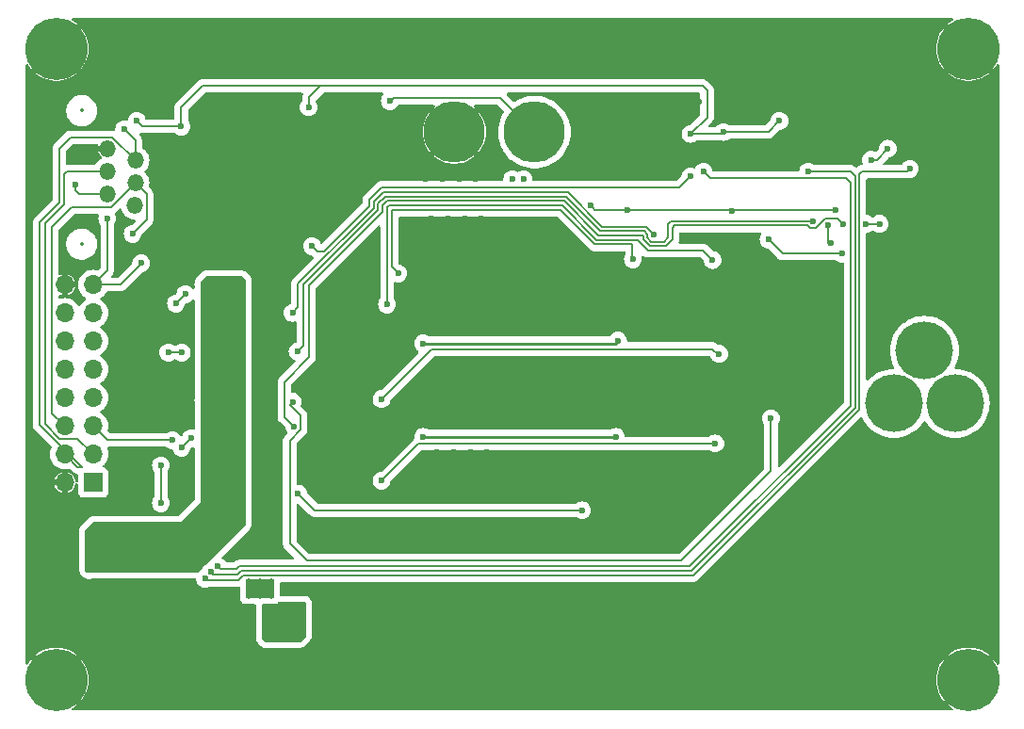
<source format=gbr>
%TF.GenerationSoftware,KiCad,Pcbnew,8.0.1*%
%TF.CreationDate,2024-09-08T16:38:14+01:00*%
%TF.ProjectId,BaselineRP2040MotorController,42617365-6c69-46e6-9552-50323034304d,rev?*%
%TF.SameCoordinates,Original*%
%TF.FileFunction,Copper,L2,Bot*%
%TF.FilePolarity,Positive*%
%FSLAX46Y46*%
G04 Gerber Fmt 4.6, Leading zero omitted, Abs format (unit mm)*
G04 Created by KiCad (PCBNEW 8.0.1) date 2024-09-08 16:38:14*
%MOMM*%
%LPD*%
G01*
G04 APERTURE LIST*
%TA.AperFunction,ComponentPad*%
%ADD10C,5.200000*%
%TD*%
%TA.AperFunction,ComponentPad*%
%ADD11C,5.500000*%
%TD*%
%TA.AperFunction,ComponentPad*%
%ADD12O,1.500000X1.500000*%
%TD*%
%TA.AperFunction,ComponentPad*%
%ADD13C,3.600000*%
%TD*%
%TA.AperFunction,ConnectorPad*%
%ADD14C,5.600000*%
%TD*%
%TA.AperFunction,HeatsinkPad*%
%ADD15C,0.500000*%
%TD*%
%TA.AperFunction,HeatsinkPad*%
%ADD16R,2.500000X1.800000*%
%TD*%
%TA.AperFunction,ComponentPad*%
%ADD17R,1.700000X1.700000*%
%TD*%
%TA.AperFunction,ComponentPad*%
%ADD18O,1.700000X1.700000*%
%TD*%
%TA.AperFunction,ViaPad*%
%ADD19C,0.600000*%
%TD*%
%TA.AperFunction,Conductor*%
%ADD20C,0.200000*%
%TD*%
%TA.AperFunction,Conductor*%
%ADD21C,0.275000*%
%TD*%
%ADD22C,0.300000*%
%ADD23C,0.350000*%
%ADD24C,0.200000*%
G04 APERTURE END LIST*
D10*
%TO.P,J3,1,Pin_1*%
%TO.N,/BLDC Power Control/Motor Phase U/A_N*%
X231948719Y-73978431D03*
%TO.P,J3,2,Pin_2*%
%TO.N,/BLDC Power Control/Motor Phase V/A_N*%
X229198719Y-78741569D03*
%TO.P,J3,3,Pin_3*%
%TO.N,/BLDC Power Control/Motor Phase X/A_N*%
X234696000Y-78740000D03*
%TD*%
D11*
%TO.P,J4,1,Pin_1*%
%TO.N,GND*%
X189693999Y-54356000D03*
%TO.P,J4,2,Pin_2*%
%TO.N,VMOT_PWR*%
X196894001Y-54356000D03*
%TD*%
D12*
%TO.P,J2,1,Pin_1*%
%TO.N,/Hall Effect Encoders/TH_MOTOR1*%
X160995997Y-60967997D03*
%TO.P,J2,2,Pin_2*%
%TO.N,+3V3*%
X158495997Y-59947999D03*
%TO.P,J2,3,Pin_3*%
%TO.N,/Encoder RX*%
X161035997Y-58928000D03*
%TO.P,J2,4,Pin_4*%
%TO.N,/Encoder CS*%
X158495998Y-57907999D03*
%TO.P,J2,5,Pin_5*%
%TO.N,/Encoder SCK*%
X161035997Y-56887998D03*
%TO.P,J2,6,Pin_6*%
%TO.N,GND*%
X158495996Y-55867997D03*
%TD*%
D13*
%TO.P,H2,1,1*%
%TO.N,GND*%
X235900000Y-103600000D03*
D14*
X235900000Y-103600000D03*
%TD*%
D15*
%TO.P,U13,9,ILIM*%
%TO.N,Net-(R56-Pad1)*%
X172228000Y-96042003D03*
X171228000Y-96042002D03*
X173228000Y-96042001D03*
D16*
X172228001Y-95392001D03*
D15*
X171228002Y-94742001D03*
X173228002Y-94742000D03*
X172228002Y-94741999D03*
%TD*%
D13*
%TO.P,H3,1,1*%
%TO.N,GND*%
X153900000Y-46850000D03*
D14*
X153900000Y-46850000D03*
%TD*%
D17*
%TO.P,J5,1,Pin_1*%
%TO.N,+12V*%
X157225998Y-85851999D03*
D18*
%TO.P,J5,2,Pin_2*%
%TO.N,GND*%
X154685998Y-85851999D03*
%TO.P,J5,3,Pin_3*%
%TO.N,/Encoder CS*%
X157225998Y-83311999D03*
%TO.P,J5,4,Pin_4*%
%TO.N,/Encoder SCK*%
X154686000Y-83312000D03*
%TO.P,J5,5,Pin_5*%
%TO.N,/CurrentSense3*%
X157225995Y-80772000D03*
%TO.P,J5,6,Pin_6*%
%TO.N,/Encoder RX*%
X154685999Y-80772001D03*
%TO.P,J5,7,Pin_7*%
%TO.N,/CurrentSense1*%
X157225998Y-78231999D03*
%TO.P,J5,8,Pin_8*%
%TO.N,/CurrentSense2*%
X154685997Y-78232000D03*
%TO.P,J5,9,Pin_9*%
%TO.N,/PWM H X*%
X157225999Y-75691999D03*
%TO.P,J5,10,Pin_10*%
%TO.N,/PWM L X*%
X154685996Y-75691999D03*
%TO.P,J5,11,Pin_11*%
%TO.N,/PWM H V*%
X157225996Y-73152000D03*
%TO.P,J5,12,Pin_12*%
%TO.N,/PWM L V*%
X154685998Y-73151999D03*
%TO.P,J5,13,Pin_13*%
%TO.N,/PWM H U*%
X157225998Y-70611999D03*
%TO.P,J5,14,Pin_14*%
%TO.N,/PWM L U*%
X154685997Y-70611997D03*
%TO.P,J5,15,Pin_15*%
%TO.N,+3V3*%
X157225995Y-68071997D03*
%TO.P,J5,16,Pin_16*%
%TO.N,GND*%
X154685997Y-68072000D03*
%TD*%
D13*
%TO.P,H4,1,1*%
%TO.N,GND*%
X235900000Y-46850000D03*
D14*
X235900000Y-46850000D03*
%TD*%
D13*
%TO.P,H1,1,1*%
%TO.N,GND*%
X153900000Y-103600000D03*
D14*
X153900000Y-103600000D03*
%TD*%
D19*
%TO.N,+3V3*%
X158496000Y-62128400D03*
X228650000Y-55850000D03*
X210921600Y-54508400D03*
X227150000Y-56850000D03*
X161544000Y-66141600D03*
X176592996Y-52115998D03*
X218900000Y-53350000D03*
X161150000Y-53350000D03*
X155650000Y-59100000D03*
X165150000Y-53850000D03*
X213867998Y-54343002D03*
%TO.N,GND*%
X189650000Y-67350000D03*
X191150000Y-83850000D03*
X191150000Y-77100000D03*
X189650000Y-77100000D03*
X192650000Y-85350000D03*
X191150000Y-83100000D03*
X192150000Y-62100000D03*
X192650000Y-76350000D03*
X189650000Y-65850000D03*
X192650000Y-74850000D03*
X189650000Y-84600000D03*
X212547200Y-85090000D03*
X191150000Y-68100000D03*
X190150000Y-58600000D03*
X191150000Y-67350000D03*
X235051600Y-56134000D03*
X213715600Y-77546200D03*
X188650000Y-58600000D03*
X188150000Y-74850000D03*
X187150000Y-58600000D03*
X188150000Y-68100000D03*
X213639400Y-68935600D03*
X192650000Y-77100000D03*
X189650000Y-83850000D03*
X191150000Y-75600000D03*
X192650000Y-68100000D03*
X216103200Y-91287600D03*
X192650000Y-83850000D03*
X191150000Y-66600000D03*
X191150000Y-76350000D03*
X188150000Y-75600000D03*
X192650000Y-84600000D03*
X164592000Y-63195200D03*
X189650000Y-83100000D03*
X191650000Y-58600000D03*
X213639400Y-67665600D03*
X170400000Y-58850000D03*
X189650000Y-74850000D03*
X225150000Y-51600000D03*
X188150000Y-83850000D03*
X188150000Y-84600000D03*
X188150000Y-77100000D03*
X189650000Y-66600000D03*
X185921000Y-86621000D03*
X226400000Y-54350000D03*
X191150000Y-84600000D03*
X188150000Y-66600000D03*
X188150000Y-85350000D03*
X192650000Y-65850000D03*
X191150000Y-65850000D03*
X190650000Y-62100000D03*
X192650000Y-83100000D03*
X191150000Y-74850000D03*
X212572600Y-76276200D03*
X213360000Y-85090000D03*
X189650000Y-75600000D03*
X213639400Y-76250800D03*
X189650000Y-76350000D03*
X212496400Y-86360000D03*
X212826600Y-67665600D03*
X189150000Y-62100000D03*
X212598000Y-77571600D03*
X226669600Y-55727600D03*
X188150000Y-65850000D03*
X188150000Y-86600000D03*
X231546400Y-51612800D03*
X191150000Y-85350000D03*
X233121200Y-56134000D03*
X170150000Y-54600000D03*
X162900000Y-73600000D03*
X211650000Y-51600000D03*
X162864800Y-77520800D03*
X192650000Y-67350000D03*
X223008413Y-56536571D03*
X192650000Y-66600000D03*
X213360000Y-86360000D03*
X170150000Y-63350000D03*
X210820000Y-90728800D03*
X212775800Y-68935600D03*
X188150000Y-83100000D03*
X189650000Y-85350000D03*
X207900000Y-55600000D03*
X188150000Y-67350000D03*
X192650000Y-75600000D03*
X187650000Y-62100000D03*
X188150000Y-76350000D03*
X189650000Y-68100000D03*
%TO.N,/CurrentSense3*%
X164337997Y-82042000D03*
%TO.N,/PWM H U*%
X164675731Y-69766264D03*
X165524262Y-68917735D03*
%TO.N,/PWM H V*%
X165191997Y-74168000D03*
X163991997Y-74168000D03*
%TO.N,/Encoder RX*%
X160781997Y-63500000D03*
%TO.N,+12V*%
X170434000Y-71374000D03*
X168910000Y-90271600D03*
X168910000Y-74168000D03*
X164744400Y-91033600D03*
X156870400Y-90779600D03*
X167132000Y-78486000D03*
X168390742Y-81811397D03*
X168909997Y-83820000D03*
X167132000Y-68072000D03*
X164846000Y-92811600D03*
X156870400Y-93726000D03*
X161950400Y-91033600D03*
X156870400Y-91694000D03*
X161899600Y-92811600D03*
X156870400Y-92760800D03*
%TO.N,/BLDC Power Control/Motor Phase U/A_P*%
X207650000Y-63600000D03*
X175150000Y-70600000D03*
%TO.N,Net-(U5-VB)*%
X210900000Y-58350000D03*
X176900000Y-64600000D03*
%TO.N,/BLDC Power Control/Motor Phase V/A_P*%
X175150000Y-78600000D03*
X218150000Y-80100000D03*
%TO.N,Net-(U7-VB)*%
X221900000Y-62350000D03*
X175612751Y-74062751D03*
%TO.N,/BLDC Power Control/Motor Phase X/A_P*%
X175650000Y-86850000D03*
X201150000Y-88350000D03*
%TO.N,Net-(U9-VB)*%
X175300000Y-80850000D03*
X224650000Y-62600000D03*
X226698000Y-62600000D03*
X227900000Y-62600000D03*
%TO.N,VMOT*%
X175768000Y-96926400D03*
X175768000Y-97891600D03*
X175768000Y-99110800D03*
X172872400Y-98552000D03*
X172872400Y-97180400D03*
%TO.N,/BLDC Power Control/Motor Phase U/A_N*%
X217932000Y-64008000D03*
X224536000Y-65278000D03*
%TO.N,/BLDC Power Control/Motor Phase V/A_N*%
X223520000Y-64316000D03*
X223266000Y-62716000D03*
%TO.N,/Encoder SCK*%
X160019997Y-54102000D03*
%TO.N,Net-(AH1-G)*%
X205740005Y-65786001D03*
X184650000Y-67064000D03*
%TO.N,Net-(AH2-G)*%
X186900000Y-73350000D03*
X204400000Y-73100000D03*
%TO.N,Net-(AH3-G)*%
X204216000Y-81750000D03*
X186900000Y-81750000D03*
%TO.N,Net-(AL1-G)*%
X212900000Y-65850000D03*
X183642002Y-69857998D03*
%TO.N,Net-(AL2-G)*%
X213490002Y-74295000D03*
X183150000Y-78350000D03*
%TO.N,Net-(AL3-G)*%
X213150000Y-82350000D03*
X183150000Y-85689998D03*
%TO.N,/PWM L X*%
X165183732Y-82720265D03*
X166032262Y-81871735D03*
%TO.N,Net-(R4-Pad1)*%
X168426940Y-93378668D03*
X212090000Y-57912000D03*
%TO.N,Net-(R5-Pad1)*%
X167799758Y-93875303D03*
X221488000Y-57912000D03*
%TO.N,Net-(R6-Pad1)*%
X163322000Y-84328000D03*
X230632000Y-57658000D03*
X163322000Y-87722000D03*
X167300000Y-94500000D03*
%TO.N,VMOT_PWR*%
X214630000Y-61468000D03*
X205232000Y-61350146D03*
X195900000Y-58600000D03*
X194900000Y-58600000D03*
X223993963Y-61350146D03*
X201930000Y-60960000D03*
X183896000Y-51562000D03*
%TD*%
D20*
%TO.N,Net-(R4-Pad1)*%
X224882000Y-58512000D02*
X212690000Y-58512000D01*
X212690000Y-58512000D02*
X212090000Y-57912000D01*
X225298000Y-58928000D02*
X224882000Y-58512000D01*
X225298000Y-78936314D02*
X225298000Y-58928000D01*
X210842313Y-93392001D02*
X225298000Y-78936314D01*
X168648272Y-93600000D02*
X170138632Y-93600000D01*
X168426940Y-93378668D02*
X168648272Y-93600000D01*
X170138632Y-93600000D02*
X170346631Y-93392001D01*
X170346631Y-93392001D02*
X210842313Y-93392001D01*
%TO.N,Net-(R5-Pad1)*%
X211007998Y-93792001D02*
X225698000Y-79101999D01*
X225698000Y-79101999D02*
X225698000Y-78994000D01*
X170512316Y-93792001D02*
X211007998Y-93792001D01*
X170204316Y-94100000D02*
X170512316Y-93792001D01*
X168024455Y-94100000D02*
X170204316Y-94100000D01*
X167799758Y-93875303D02*
X168024455Y-94100000D01*
%TO.N,Net-(R6-Pad1)*%
X230378000Y-57912000D02*
X230632000Y-57658000D01*
X226098000Y-58128000D02*
X226314000Y-57912000D01*
X226314000Y-57912000D02*
X230378000Y-57912000D01*
X170678001Y-94192001D02*
X211173683Y-94192001D01*
X167400000Y-94600000D02*
X170270002Y-94600000D01*
X170270002Y-94600000D02*
X170678001Y-94192001D01*
X167300000Y-94500000D02*
X167400000Y-94600000D01*
X226098000Y-79267684D02*
X226098000Y-58128000D01*
X211173683Y-94192001D02*
X226098000Y-79267684D01*
%TO.N,+3V3*%
X210921600Y-54508400D02*
X213766400Y-54508400D01*
X176650000Y-52058994D02*
X176592996Y-52115998D01*
X161544000Y-66141600D02*
X161544000Y-66192400D01*
X212400000Y-53030000D02*
X212400000Y-50600000D01*
X227150000Y-56850000D02*
X227650000Y-56850000D01*
X210921600Y-54508400D02*
X212400000Y-53030000D01*
X212018001Y-50218001D02*
X177650000Y-50218000D01*
X159664403Y-68071997D02*
X157225995Y-68071997D01*
X213867998Y-54343002D02*
X217906998Y-54343002D01*
X165150000Y-52100000D02*
X167032000Y-50218000D01*
X158495997Y-59947999D02*
X155997999Y-59947999D01*
X155997999Y-59947999D02*
X155650000Y-59600000D01*
X158496000Y-62128400D02*
X158496000Y-66801992D01*
X161150000Y-53350000D02*
X161650000Y-53850000D01*
X217906998Y-54343002D02*
X218900000Y-53350000D01*
X213867998Y-54406802D02*
X213867998Y-54343002D01*
X213766400Y-54508400D02*
X213867998Y-54406802D01*
X227650000Y-56850000D02*
X228650000Y-55850000D01*
X161650000Y-53850000D02*
X165150000Y-53850000D01*
X212400000Y-50600000D02*
X212018001Y-50218001D01*
X161544000Y-66192400D02*
X159664403Y-68071997D01*
X158496000Y-66801992D02*
X157225995Y-68071997D01*
X165150000Y-53850000D02*
X165150000Y-52100000D01*
X176650000Y-51218000D02*
X176650000Y-52058994D01*
X155650000Y-59600000D02*
X155650000Y-59100000D01*
X177650000Y-50218000D02*
X176650000Y-51218000D01*
X167032000Y-50218000D02*
X177650000Y-50218000D01*
%TO.N,GND*%
X185921000Y-86621000D02*
X185942000Y-86600000D01*
X211650000Y-51850000D02*
X211650000Y-51600000D01*
X226669600Y-55727600D02*
X227025200Y-55727600D01*
X231140000Y-51612800D02*
X231546400Y-51612800D01*
X185942000Y-86600000D02*
X188150000Y-86600000D01*
X233121200Y-56134000D02*
X235051600Y-56134000D01*
X226400000Y-54350000D02*
X225150000Y-53100000D01*
X207900000Y-55600000D02*
X211650000Y-51850000D01*
X227025200Y-55727600D02*
X231140000Y-51612800D01*
X225150000Y-53100000D02*
X225150000Y-51600000D01*
%TO.N,/CurrentSense3*%
X158495995Y-82042000D02*
X164337997Y-82042000D01*
X157225995Y-80772000D02*
X158495995Y-82042000D01*
%TO.N,/PWM H U*%
X165524262Y-68917735D02*
X164675733Y-69766264D01*
X164675733Y-69766264D02*
X164675731Y-69766264D01*
%TO.N,/PWM H V*%
X163991997Y-74168000D02*
X165191997Y-74168000D01*
%TO.N,/Encoder RX*%
X162045997Y-59938000D02*
X162045997Y-62236000D01*
X153535997Y-62872000D02*
X155295597Y-61112400D01*
X158851597Y-61112400D02*
X161035997Y-58928000D01*
X153535997Y-79621999D02*
X153535997Y-62872000D01*
X162045997Y-62236000D02*
X160781997Y-63500000D01*
X155295597Y-61112400D02*
X158851597Y-61112400D01*
X161035997Y-58928000D02*
X162045997Y-59938000D01*
X154685999Y-80772001D02*
X153535997Y-79621999D01*
%TO.N,/BLDC Power Control/Motor Phase U/A_P*%
X183294946Y-59750000D02*
X199871473Y-59750000D01*
X175150000Y-70600000D02*
X175650000Y-70100000D01*
X182442003Y-60602943D02*
X183294946Y-59750000D01*
X202971473Y-62850000D02*
X206900000Y-62850000D01*
X206900000Y-62850000D02*
X207650000Y-63600000D01*
X175650000Y-70100000D02*
X175650000Y-67968628D01*
X199871473Y-59750000D02*
X202971473Y-62850000D01*
X182442002Y-61176626D02*
X182442003Y-60602943D01*
X175650000Y-67968628D02*
X182442002Y-61176626D01*
%TO.N,Net-(U5-VB)*%
X209900000Y-59350000D02*
X210900000Y-58350000D01*
X177952942Y-65100000D02*
X182042002Y-61010940D01*
X182042002Y-61010940D02*
X182042003Y-60437257D01*
X177400000Y-65100000D02*
X177952942Y-65100000D01*
X182042003Y-60437257D02*
X183129260Y-59350000D01*
X176900000Y-64600000D02*
X177400000Y-65100000D01*
X183129260Y-59350000D02*
X209900000Y-59350000D01*
%TO.N,/BLDC Power Control/Motor Phase V/A_P*%
X174900000Y-78850000D02*
X175900000Y-79850000D01*
X175900000Y-81098529D02*
X174900000Y-82098529D01*
X175150000Y-78600000D02*
X174900000Y-78850000D01*
X174900000Y-91350000D02*
X176447157Y-92897157D01*
X210102843Y-92897157D02*
X218150000Y-84850000D01*
X176447157Y-92897157D02*
X210102843Y-92897157D01*
X175900000Y-79850000D02*
X175900000Y-81098529D01*
X218150000Y-84850000D02*
X218150000Y-80100000D01*
X174900000Y-82098529D02*
X174900000Y-91350000D01*
%TO.N,Net-(U7-VB)*%
X207050000Y-63565686D02*
X207050000Y-63848529D01*
X176150000Y-73525502D02*
X176150000Y-68034314D01*
X183460631Y-60150000D02*
X199705788Y-60150000D01*
X209150000Y-62350000D02*
X221900000Y-62350000D01*
X182842002Y-60768629D02*
X183460631Y-60150000D01*
X176150000Y-68034314D02*
X182842002Y-61342312D01*
X208550000Y-64200000D02*
X208900000Y-63850000D01*
X208900000Y-63850000D02*
X208900000Y-62600000D01*
X208900000Y-62600000D02*
X209150000Y-62350000D01*
X182842002Y-61342312D02*
X182842002Y-60768629D01*
X207050000Y-63848529D02*
X207401471Y-64200000D01*
X199705788Y-60150000D02*
X202805788Y-63250000D01*
X202805788Y-63250000D02*
X206734314Y-63250000D01*
X207401471Y-64200000D02*
X208550000Y-64200000D01*
X175612751Y-74062751D02*
X176150000Y-73525502D01*
X206734314Y-63250000D02*
X207050000Y-63565686D01*
%TO.N,/BLDC Power Control/Motor Phase X/A_P*%
X175650000Y-86850000D02*
X177150000Y-88350000D01*
X177150000Y-88350000D02*
X201150000Y-88350000D01*
%TO.N,Net-(U9-VB)*%
X221651471Y-62950000D02*
X222183471Y-62950000D01*
X224650000Y-62600000D02*
X224525000Y-62475000D01*
X207235786Y-64600000D02*
X208715686Y-64600000D01*
X183626317Y-60550000D02*
X199540103Y-60550000D01*
X183242002Y-60934315D02*
X183626317Y-60550000D01*
X175300000Y-80850000D02*
X174400000Y-79950000D01*
X222183471Y-62950000D02*
X223017471Y-62116000D01*
X223017471Y-62116000D02*
X224166000Y-62116000D01*
X209300000Y-62950000D02*
X209500000Y-62750000D01*
X224166000Y-62116000D02*
X224650000Y-62600000D01*
X176650000Y-68100000D02*
X183242002Y-61507998D01*
X176650000Y-74600000D02*
X176650000Y-68100000D01*
X226698000Y-62600000D02*
X227900000Y-62600000D01*
X208715686Y-64600000D02*
X209300000Y-64015685D01*
X174400000Y-79950000D02*
X174400000Y-76850000D01*
X209300000Y-64015685D02*
X209300000Y-62950000D01*
X209500000Y-62750000D02*
X221451471Y-62750000D01*
X174400000Y-76850000D02*
X176650000Y-74600000D01*
X221451471Y-62750000D02*
X221651471Y-62950000D01*
X183242002Y-61507998D02*
X183242002Y-60934315D01*
X202640103Y-63650000D02*
X206568628Y-63650000D01*
X206650000Y-64014215D02*
X207235786Y-64600000D01*
X199540103Y-60550000D02*
X202640103Y-63650000D01*
X206650000Y-63731372D02*
X206650000Y-64014215D01*
X206568628Y-63650000D02*
X206650000Y-63731372D01*
%TO.N,/BLDC Power Control/Motor Phase U/A_N*%
X219202000Y-65278000D02*
X224536000Y-65278000D01*
X217932000Y-64008000D02*
X219202000Y-65278000D01*
%TO.N,/BLDC Power Control/Motor Phase V/A_N*%
X223266000Y-64262000D02*
X223320000Y-64316000D01*
X223266000Y-62716000D02*
X223266000Y-64262000D01*
X223320000Y-64316000D02*
X223520000Y-64316000D01*
%TO.N,/Encoder CS*%
X152907997Y-80620345D02*
X152907997Y-62541686D01*
X157225998Y-83311999D02*
X155835997Y-81921998D01*
X155835997Y-81921998D02*
X154209650Y-81921998D01*
X152907997Y-62541686D02*
X154577997Y-60871686D01*
X154209650Y-81921998D02*
X152907997Y-80620345D01*
X154577997Y-58172003D02*
X154842001Y-57907999D01*
X154577997Y-60871686D02*
X154577997Y-58172003D01*
X154842001Y-57907999D02*
X158495998Y-57907999D01*
%TO.N,/Encoder SCK*%
X152399997Y-80678030D02*
X156183966Y-84461999D01*
X161035997Y-56887998D02*
X161035997Y-55118000D01*
X161035997Y-55118000D02*
X160019997Y-54102000D01*
X154177997Y-55822003D02*
X154177997Y-60706000D01*
X161035997Y-56887998D02*
X158965996Y-54817997D01*
X155182003Y-54817997D02*
X154177997Y-55822003D01*
X154177997Y-60706000D02*
X152399997Y-62484000D01*
X156183966Y-84461999D02*
X155835999Y-84461999D01*
X152399997Y-62484000D02*
X152399997Y-80678030D01*
X158965996Y-54817997D02*
X155182003Y-54817997D01*
X155835999Y-84461999D02*
X154686000Y-83312000D01*
%TO.N,Net-(AH1-G)*%
X184042002Y-66456002D02*
X184042002Y-61350000D01*
X184650000Y-67064000D02*
X184042002Y-66456002D01*
X184042002Y-61350000D02*
X199208733Y-61350000D01*
X199208733Y-61350000D02*
X202308733Y-64450000D01*
X205650000Y-64450000D02*
X205650000Y-65695996D01*
X202308733Y-64450000D02*
X205650000Y-64450000D01*
X205650000Y-65695996D02*
X205740005Y-65786001D01*
D21*
%TO.N,Net-(AH2-G)*%
X204150000Y-73350000D02*
X204400000Y-73100000D01*
X186900000Y-73350000D02*
X204150000Y-73350000D01*
%TO.N,Net-(AH3-G)*%
X186900000Y-81750000D02*
X204216000Y-81750000D01*
D20*
%TO.N,Net-(AL1-G)*%
X183642002Y-69857998D02*
X183642002Y-61100001D01*
X206250001Y-64179901D02*
X207070101Y-65000000D01*
X212050000Y-65000000D02*
X212900000Y-65850000D01*
X183642002Y-61100001D02*
X183792003Y-60950000D01*
X183792003Y-60950000D02*
X199374418Y-60950000D01*
X199374418Y-60950000D02*
X202474418Y-64050000D01*
X207070101Y-65000000D02*
X212050000Y-65000000D01*
X202474418Y-64050000D02*
X206250000Y-64050000D01*
X206250000Y-64050000D02*
X206250001Y-64179901D01*
%TO.N,Net-(AL2-G)*%
X187650000Y-73850000D02*
X212900000Y-73850000D01*
X183150000Y-78350000D02*
X187650000Y-73850000D01*
X213345000Y-74295000D02*
X213490002Y-74295000D01*
X212900000Y-73850000D02*
X213345000Y-74295000D01*
%TO.N,Net-(AL3-G)*%
X183150000Y-85689998D02*
X186489998Y-82350000D01*
X186489998Y-82350000D02*
X213150000Y-82350000D01*
%TO.N,/PWM L X*%
X166032262Y-81871735D02*
X165183732Y-82720265D01*
%TO.N,Net-(R5-Pad1)*%
X225698000Y-58312000D02*
X225298000Y-57912000D01*
X225298000Y-57912000D02*
X221488000Y-57912000D01*
X225698000Y-78994000D02*
X225698000Y-78740000D01*
X225698000Y-78994000D02*
X225698000Y-58312000D01*
%TO.N,Net-(R6-Pad1)*%
X163322000Y-84328000D02*
X163322000Y-87722000D01*
%TO.N,VMOT_PWR*%
X202320146Y-61350146D02*
X202184000Y-61214000D01*
X184108000Y-51350000D02*
X183896000Y-51562000D01*
X193844001Y-51306000D02*
X184194000Y-51306000D01*
X202184000Y-61214000D02*
X201930000Y-60960000D01*
X184150000Y-51350000D02*
X184108000Y-51350000D01*
X223993963Y-61350146D02*
X205232000Y-61350146D01*
X184194000Y-51306000D02*
X184150000Y-51350000D01*
X205232000Y-61350146D02*
X202320146Y-61350146D01*
X196894001Y-54356000D02*
X193844001Y-51306000D01*
%TD*%
%TA.AperFunction,Conductor*%
%TO.N,GND*%
G36*
X198975675Y-61970185D02*
G01*
X198996317Y-61986819D01*
X201823872Y-64814374D01*
X201823882Y-64814385D01*
X201828212Y-64818715D01*
X201828213Y-64818716D01*
X201881097Y-64871600D01*
X187604400Y-64871600D01*
X187604400Y-70612000D01*
X187960000Y-70967600D01*
X214071200Y-70967600D01*
X214680800Y-70358000D01*
X214680800Y-64871600D01*
X212770835Y-64871600D01*
X212537590Y-64638355D01*
X212537588Y-64638352D01*
X212418717Y-64519481D01*
X212418716Y-64519480D01*
X212331904Y-64469360D01*
X212331904Y-64469359D01*
X212331900Y-64469358D01*
X212281785Y-64440423D01*
X212129057Y-64399499D01*
X211970943Y-64399499D01*
X211963347Y-64399499D01*
X211963331Y-64399500D01*
X209980440Y-64399500D01*
X209913401Y-64379815D01*
X209867646Y-64327011D01*
X209857702Y-64257853D01*
X209860661Y-64243420D01*
X209900500Y-64094742D01*
X209900500Y-63936627D01*
X209900500Y-63474500D01*
X209920185Y-63407461D01*
X209972989Y-63361706D01*
X210024500Y-63350500D01*
X217175365Y-63350500D01*
X217242404Y-63370185D01*
X217288159Y-63422989D01*
X217298103Y-63492147D01*
X217280359Y-63540472D01*
X217206211Y-63658476D01*
X217146631Y-63828745D01*
X217146630Y-63828750D01*
X217126435Y-64007996D01*
X217126435Y-64008003D01*
X217146630Y-64187249D01*
X217146631Y-64187254D01*
X217206211Y-64357523D01*
X217278416Y-64472435D01*
X217302184Y-64510262D01*
X217429738Y-64637816D01*
X217582478Y-64733789D01*
X217752745Y-64793368D01*
X217839669Y-64803161D01*
X217904080Y-64830226D01*
X217913465Y-64838700D01*
X218717139Y-65642374D01*
X218717149Y-65642385D01*
X218721479Y-65646715D01*
X218721480Y-65646716D01*
X218833284Y-65758520D01*
X218833286Y-65758521D01*
X218833290Y-65758524D01*
X218891406Y-65792077D01*
X218891411Y-65792079D01*
X218970209Y-65837574D01*
X218970210Y-65837574D01*
X218970215Y-65837577D01*
X219122942Y-65878500D01*
X219122943Y-65878500D01*
X223953588Y-65878500D01*
X224020627Y-65898185D01*
X224030903Y-65905555D01*
X224033736Y-65907814D01*
X224033738Y-65907816D01*
X224186478Y-66003789D01*
X224259253Y-66029254D01*
X224356745Y-66063368D01*
X224356750Y-66063369D01*
X224535996Y-66083565D01*
X224536000Y-66083565D01*
X224536001Y-66083565D01*
X224545039Y-66082546D01*
X224559615Y-66080904D01*
X224628437Y-66092958D01*
X224679817Y-66140306D01*
X224697500Y-66204124D01*
X224697500Y-78636216D01*
X224677815Y-78703255D01*
X224661181Y-78723897D01*
X218962181Y-84422897D01*
X218900858Y-84456382D01*
X218831166Y-84451398D01*
X218775233Y-84409526D01*
X218750816Y-84344062D01*
X218750500Y-84335216D01*
X218750500Y-80682412D01*
X218770185Y-80615373D01*
X218777555Y-80605097D01*
X218779810Y-80602267D01*
X218779816Y-80602262D01*
X218875789Y-80449522D01*
X218935368Y-80279255D01*
X218955565Y-80100000D01*
X218954908Y-80094172D01*
X218935369Y-79920750D01*
X218935368Y-79920745D01*
X218926209Y-79894569D01*
X218875789Y-79750478D01*
X218865125Y-79733507D01*
X218792679Y-79618209D01*
X218779816Y-79597738D01*
X218652262Y-79470184D01*
X218628097Y-79455000D01*
X218499523Y-79374211D01*
X218329254Y-79314631D01*
X218329249Y-79314630D01*
X218150004Y-79294435D01*
X218149996Y-79294435D01*
X217970750Y-79314630D01*
X217970745Y-79314631D01*
X217800476Y-79374211D01*
X217647737Y-79470184D01*
X217520184Y-79597737D01*
X217424211Y-79750476D01*
X217364631Y-79920745D01*
X217364630Y-79920750D01*
X217344435Y-80099996D01*
X217344435Y-80100003D01*
X217364630Y-80279249D01*
X217364631Y-80279254D01*
X217424211Y-80449523D01*
X217478917Y-80536586D01*
X217518117Y-80598973D01*
X217520185Y-80602263D01*
X217522445Y-80605097D01*
X217523334Y-80607275D01*
X217523889Y-80608158D01*
X217523734Y-80608255D01*
X217548855Y-80669783D01*
X217549500Y-80682412D01*
X217549500Y-84549902D01*
X217529815Y-84616941D01*
X217513181Y-84637583D01*
X209890427Y-92260338D01*
X209829104Y-92293823D01*
X209802746Y-92296657D01*
X176747254Y-92296657D01*
X176680215Y-92276972D01*
X176659573Y-92260338D01*
X175536819Y-91137584D01*
X175503334Y-91076261D01*
X175500500Y-91049903D01*
X175500500Y-87849097D01*
X175520185Y-87782058D01*
X175572989Y-87736303D01*
X175642147Y-87726359D01*
X175705703Y-87755384D01*
X175712181Y-87761416D01*
X176665139Y-88714374D01*
X176665149Y-88714385D01*
X176669479Y-88718715D01*
X176669480Y-88718716D01*
X176781284Y-88830520D01*
X176781286Y-88830521D01*
X176781290Y-88830524D01*
X176843051Y-88866181D01*
X176918216Y-88909577D01*
X177030019Y-88939534D01*
X177070942Y-88950500D01*
X177070943Y-88950500D01*
X200567588Y-88950500D01*
X200634627Y-88970185D01*
X200644903Y-88977555D01*
X200647736Y-88979814D01*
X200647738Y-88979816D01*
X200800478Y-89075789D01*
X200970745Y-89135368D01*
X200970750Y-89135369D01*
X201149996Y-89155565D01*
X201150000Y-89155565D01*
X201150004Y-89155565D01*
X201329249Y-89135369D01*
X201329252Y-89135368D01*
X201329255Y-89135368D01*
X201499522Y-89075789D01*
X201652262Y-88979816D01*
X201779816Y-88852262D01*
X201875789Y-88699522D01*
X201935368Y-88529255D01*
X201935369Y-88529249D01*
X201950833Y-88392000D01*
X213664800Y-88392000D01*
X214274400Y-87782400D01*
X214274400Y-82296000D01*
X213949481Y-82296000D01*
X213935369Y-82170750D01*
X213935368Y-82170745D01*
X213875788Y-82000476D01*
X213825375Y-81920245D01*
X213779816Y-81847738D01*
X213652262Y-81720184D01*
X213650600Y-81719140D01*
X213499523Y-81624211D01*
X213329254Y-81564631D01*
X213329249Y-81564630D01*
X213150004Y-81544435D01*
X213149996Y-81544435D01*
X212970750Y-81564630D01*
X212970745Y-81564631D01*
X212800476Y-81624211D01*
X212647736Y-81720185D01*
X212644903Y-81722445D01*
X212642724Y-81723334D01*
X212641842Y-81723889D01*
X212641744Y-81723734D01*
X212580217Y-81748855D01*
X212567588Y-81749500D01*
X205132322Y-81749500D01*
X205065283Y-81729815D01*
X205019528Y-81677011D01*
X205009102Y-81639383D01*
X205001369Y-81570750D01*
X205001368Y-81570748D01*
X205001368Y-81570745D01*
X204941789Y-81400478D01*
X204845816Y-81247738D01*
X204718262Y-81120184D01*
X204705237Y-81112000D01*
X204565523Y-81024211D01*
X204395254Y-80964631D01*
X204395249Y-80964630D01*
X204216004Y-80944435D01*
X204215996Y-80944435D01*
X204036750Y-80964630D01*
X204036745Y-80964631D01*
X203866477Y-81024211D01*
X203757011Y-81092994D01*
X203691039Y-81112000D01*
X187424961Y-81112000D01*
X187358989Y-81092994D01*
X187350907Y-81087916D01*
X187249522Y-81024211D01*
X187235976Y-81019471D01*
X187079254Y-80964631D01*
X187079249Y-80964630D01*
X186900004Y-80944435D01*
X186899996Y-80944435D01*
X186720750Y-80964630D01*
X186720745Y-80964631D01*
X186550476Y-81024211D01*
X186397737Y-81120184D01*
X186270184Y-81247737D01*
X186174211Y-81400476D01*
X186114631Y-81570745D01*
X186114630Y-81570750D01*
X186094435Y-81749996D01*
X186094435Y-81750002D01*
X186102566Y-81822169D01*
X186090511Y-81890991D01*
X186067028Y-81923732D01*
X186009478Y-81981283D01*
X186009476Y-81981286D01*
X183131465Y-84859296D01*
X183070142Y-84892781D01*
X183057668Y-84894835D01*
X182970750Y-84904628D01*
X182800478Y-84964208D01*
X182647737Y-85060182D01*
X182520184Y-85187735D01*
X182424211Y-85340474D01*
X182364631Y-85510743D01*
X182364630Y-85510748D01*
X182344435Y-85689994D01*
X182344435Y-85690001D01*
X182364630Y-85869247D01*
X182364631Y-85869252D01*
X182424211Y-86039521D01*
X182463469Y-86101999D01*
X182520184Y-86192260D01*
X182647738Y-86319814D01*
X182800478Y-86415787D01*
X182970745Y-86475366D01*
X182970750Y-86475367D01*
X183149996Y-86495563D01*
X183150000Y-86495563D01*
X183150004Y-86495563D01*
X183329249Y-86475367D01*
X183329252Y-86475366D01*
X183329255Y-86475366D01*
X183499522Y-86415787D01*
X183652262Y-86319814D01*
X183779816Y-86192260D01*
X183875789Y-86039520D01*
X183935368Y-85869253D01*
X183945161Y-85782327D01*
X183972226Y-85717916D01*
X183980690Y-85708541D01*
X186702414Y-82986819D01*
X186763737Y-82953334D01*
X186790095Y-82950500D01*
X187198000Y-82950500D01*
X187198000Y-87749500D01*
X177450097Y-87749500D01*
X177383058Y-87729815D01*
X177362416Y-87713181D01*
X176480700Y-86831465D01*
X176447215Y-86770142D01*
X176445163Y-86757686D01*
X176435368Y-86670745D01*
X176375789Y-86500478D01*
X176279816Y-86347738D01*
X176152262Y-86220184D01*
X176147690Y-86217311D01*
X175999523Y-86124211D01*
X175829254Y-86064631D01*
X175829249Y-86064630D01*
X175650004Y-86044435D01*
X175650001Y-86044435D01*
X175650000Y-86044435D01*
X175645975Y-86044888D01*
X175638380Y-86045744D01*
X175569558Y-86033687D01*
X175518180Y-85986336D01*
X175500500Y-85922523D01*
X175500500Y-82398626D01*
X175520185Y-82331587D01*
X175536819Y-82310945D01*
X175927519Y-81920245D01*
X176380520Y-81467245D01*
X176459577Y-81330313D01*
X176500501Y-81177586D01*
X176500501Y-81019471D01*
X176500501Y-81011876D01*
X176500500Y-81011858D01*
X176500500Y-79939060D01*
X176500501Y-79939047D01*
X176500501Y-79770944D01*
X176495017Y-79750478D01*
X176459577Y-79618216D01*
X176441470Y-79586853D01*
X176380524Y-79481290D01*
X176380518Y-79481282D01*
X175923876Y-79024640D01*
X175890391Y-78963317D01*
X175894516Y-78896004D01*
X175935366Y-78779262D01*
X175935369Y-78779249D01*
X175955565Y-78600003D01*
X175955565Y-78599996D01*
X175935369Y-78420750D01*
X175935368Y-78420745D01*
X175927834Y-78399215D01*
X175910614Y-78350003D01*
X182344435Y-78350003D01*
X182364630Y-78529249D01*
X182364631Y-78529254D01*
X182424211Y-78699523D01*
X182474315Y-78779262D01*
X182520184Y-78852262D01*
X182647738Y-78979816D01*
X182800478Y-79075789D01*
X182970745Y-79135368D01*
X182970750Y-79135369D01*
X183149996Y-79155565D01*
X183150000Y-79155565D01*
X183150004Y-79155565D01*
X183329249Y-79135369D01*
X183329252Y-79135368D01*
X183329255Y-79135368D01*
X183499522Y-79075789D01*
X183652262Y-78979816D01*
X183779816Y-78852262D01*
X183875789Y-78699522D01*
X183935368Y-78529255D01*
X183945161Y-78442329D01*
X183972226Y-78377918D01*
X183980690Y-78368543D01*
X187553600Y-74795634D01*
X187553600Y-78994000D01*
X187909200Y-79349600D01*
X214020400Y-79349600D01*
X214630000Y-78740000D01*
X214630000Y-73253600D01*
X212994362Y-73253600D01*
X212979057Y-73249499D01*
X212820943Y-73249499D01*
X212813347Y-73249499D01*
X212813331Y-73249500D01*
X205327476Y-73249500D01*
X205260437Y-73229815D01*
X205214682Y-73177011D01*
X205204256Y-73111614D01*
X205205565Y-73099998D01*
X205205565Y-73099996D01*
X205185369Y-72920750D01*
X205185368Y-72920745D01*
X205125788Y-72750476D01*
X205029818Y-72597741D01*
X205029816Y-72597738D01*
X204902262Y-72470184D01*
X204895853Y-72466157D01*
X204749523Y-72374211D01*
X204579254Y-72314631D01*
X204579249Y-72314630D01*
X204400004Y-72294435D01*
X204399996Y-72294435D01*
X204220750Y-72314630D01*
X204220745Y-72314631D01*
X204050476Y-72374211D01*
X203897737Y-72470184D01*
X203770182Y-72597739D01*
X203770181Y-72597741D01*
X203734848Y-72653973D01*
X203682514Y-72700263D01*
X203629855Y-72712000D01*
X187424961Y-72712000D01*
X187358989Y-72692994D01*
X187351577Y-72688337D01*
X187249522Y-72624211D01*
X187079254Y-72564631D01*
X187079249Y-72564630D01*
X186900004Y-72544435D01*
X186899996Y-72544435D01*
X186720750Y-72564630D01*
X186720745Y-72564631D01*
X186550476Y-72624211D01*
X186397737Y-72720184D01*
X186270184Y-72847737D01*
X186174211Y-73000476D01*
X186114631Y-73170745D01*
X186114630Y-73170750D01*
X186094435Y-73349996D01*
X186094435Y-73350003D01*
X186114630Y-73529249D01*
X186114631Y-73529254D01*
X186174211Y-73699523D01*
X186261123Y-73837842D01*
X186270184Y-73852262D01*
X186397738Y-73979816D01*
X186433864Y-74002516D01*
X186480155Y-74054849D01*
X186490804Y-74123903D01*
X186462429Y-74187751D01*
X186455573Y-74195190D01*
X183131465Y-77519298D01*
X183070142Y-77552783D01*
X183057668Y-77554837D01*
X182970750Y-77564630D01*
X182800478Y-77624210D01*
X182647737Y-77720184D01*
X182520184Y-77847737D01*
X182424211Y-78000476D01*
X182364631Y-78170745D01*
X182364630Y-78170750D01*
X182344435Y-78349996D01*
X182344435Y-78350003D01*
X175910614Y-78350003D01*
X175875789Y-78250478D01*
X175864692Y-78232818D01*
X175836582Y-78188080D01*
X175779816Y-78097738D01*
X175652262Y-77970184D01*
X175499523Y-77874211D01*
X175329254Y-77814631D01*
X175329249Y-77814630D01*
X175150004Y-77794435D01*
X175150001Y-77794435D01*
X175150000Y-77794435D01*
X175145975Y-77794888D01*
X175138380Y-77795744D01*
X175069558Y-77783687D01*
X175018180Y-77736336D01*
X175000500Y-77672523D01*
X175000500Y-77150097D01*
X175020185Y-77083058D01*
X175036819Y-77062416D01*
X175988640Y-76110595D01*
X177130520Y-74968716D01*
X177209577Y-74831784D01*
X177250501Y-74679057D01*
X177250501Y-74520942D01*
X177250501Y-74513347D01*
X177250500Y-74513329D01*
X177250500Y-68400097D01*
X177270185Y-68333058D01*
X177286819Y-68312416D01*
X182829821Y-62769414D01*
X182891144Y-62735929D01*
X182960836Y-62740913D01*
X183016769Y-62782785D01*
X183041186Y-62848249D01*
X183041502Y-62857095D01*
X183041502Y-69275585D01*
X183021817Y-69342624D01*
X183014452Y-69352894D01*
X183012188Y-69355732D01*
X182916213Y-69508474D01*
X182856633Y-69678743D01*
X182856632Y-69678748D01*
X182836437Y-69857994D01*
X182836437Y-69858001D01*
X182856632Y-70037247D01*
X182856633Y-70037252D01*
X182916213Y-70207521D01*
X183012186Y-70360260D01*
X183139740Y-70487814D01*
X183292480Y-70583787D01*
X183462747Y-70643366D01*
X183462752Y-70643367D01*
X183641998Y-70663563D01*
X183642002Y-70663563D01*
X183642006Y-70663563D01*
X183821251Y-70643367D01*
X183821254Y-70643366D01*
X183821257Y-70643366D01*
X183991524Y-70583787D01*
X184144264Y-70487814D01*
X184271818Y-70360260D01*
X184367791Y-70207520D01*
X184427370Y-70037253D01*
X184437707Y-69945513D01*
X184447567Y-69858001D01*
X184447567Y-69857994D01*
X184427371Y-69678748D01*
X184427370Y-69678743D01*
X184415046Y-69643524D01*
X184367791Y-69508476D01*
X184271818Y-69355736D01*
X184271816Y-69355734D01*
X184271815Y-69355732D01*
X184269552Y-69352894D01*
X184268661Y-69350713D01*
X184268113Y-69349840D01*
X184268266Y-69349743D01*
X184243146Y-69288207D01*
X184242502Y-69275585D01*
X184242502Y-67944264D01*
X184262187Y-67877225D01*
X184314991Y-67831470D01*
X184384149Y-67821526D01*
X184407457Y-67827223D01*
X184470737Y-67849366D01*
X184470743Y-67849367D01*
X184470745Y-67849368D01*
X184470746Y-67849368D01*
X184470750Y-67849369D01*
X184649996Y-67869565D01*
X184650000Y-67869565D01*
X184650004Y-67869565D01*
X184829249Y-67849369D01*
X184829252Y-67849368D01*
X184829255Y-67849368D01*
X184999522Y-67789789D01*
X185152262Y-67693816D01*
X185279816Y-67566262D01*
X185375789Y-67413522D01*
X185435368Y-67243255D01*
X185439652Y-67205236D01*
X185455565Y-67064003D01*
X185455565Y-67063996D01*
X185435369Y-66884750D01*
X185435368Y-66884745D01*
X185429295Y-66867389D01*
X185375789Y-66714478D01*
X185279816Y-66561738D01*
X185152262Y-66434184D01*
X185123030Y-66415816D01*
X184999521Y-66338210D01*
X184829249Y-66278630D01*
X184752618Y-66269996D01*
X184688204Y-66242929D01*
X184648649Y-66185334D01*
X184642502Y-66146776D01*
X184642502Y-62074500D01*
X184662187Y-62007461D01*
X184714991Y-61961706D01*
X184766502Y-61950500D01*
X198908636Y-61950500D01*
X198975675Y-61970185D01*
G37*
%TD.AperFunction*%
%TA.AperFunction,Conductor*%
G36*
X157685574Y-61732585D02*
G01*
X157731329Y-61785389D01*
X157741273Y-61854547D01*
X157735577Y-61877854D01*
X157710632Y-61949142D01*
X157710630Y-61949150D01*
X157690435Y-62128396D01*
X157690435Y-62128403D01*
X157710630Y-62307649D01*
X157710631Y-62307653D01*
X157770211Y-62477923D01*
X157866185Y-62630663D01*
X157868445Y-62633497D01*
X157869334Y-62635675D01*
X157869889Y-62636558D01*
X157869734Y-62636655D01*
X157894855Y-62698183D01*
X157895500Y-62710812D01*
X157895500Y-66501894D01*
X157875815Y-66568933D01*
X157859181Y-66589576D01*
X157709525Y-66739231D01*
X157648202Y-66772715D01*
X157589751Y-66771324D01*
X157461408Y-66736935D01*
X157461398Y-66736933D01*
X157225996Y-66716338D01*
X157225994Y-66716338D01*
X156990591Y-66736933D01*
X156990581Y-66736935D01*
X156762339Y-66798091D01*
X156762330Y-66798095D01*
X156548166Y-66897961D01*
X156548164Y-66897962D01*
X156354592Y-67033502D01*
X156187500Y-67200594D01*
X156051960Y-67394166D01*
X156051959Y-67394168D01*
X155952093Y-67608332D01*
X155952089Y-67608341D01*
X155890933Y-67836583D01*
X155890931Y-67836593D01*
X155870336Y-68071996D01*
X155870336Y-68071997D01*
X155890931Y-68307400D01*
X155890933Y-68307410D01*
X155952089Y-68535652D01*
X155952091Y-68535656D01*
X155952092Y-68535660D01*
X156015901Y-68672498D01*
X156051960Y-68749827D01*
X156051962Y-68749831D01*
X156104879Y-68825403D01*
X156184857Y-68939624D01*
X156187496Y-68943392D01*
X156187501Y-68943399D01*
X156354592Y-69110490D01*
X156354598Y-69110495D01*
X156540156Y-69240424D01*
X156583781Y-69295001D01*
X156590975Y-69364499D01*
X156559452Y-69426854D01*
X156540156Y-69443574D01*
X156354595Y-69573504D01*
X156187506Y-69740593D01*
X156057572Y-69926158D01*
X156002995Y-69969783D01*
X155933496Y-69976975D01*
X155871142Y-69945453D01*
X155854423Y-69926158D01*
X155724492Y-69740596D01*
X155557398Y-69573502D01*
X155518518Y-69546278D01*
X155363831Y-69437964D01*
X155363827Y-69437962D01*
X155325301Y-69419997D01*
X155149660Y-69338094D01*
X155149656Y-69338093D01*
X155149652Y-69338091D01*
X154921410Y-69276935D01*
X154921400Y-69276933D01*
X154685998Y-69256338D01*
X154685996Y-69256338D01*
X154450593Y-69276933D01*
X154450580Y-69276936D01*
X154292589Y-69319268D01*
X154222739Y-69317605D01*
X154164877Y-69278442D01*
X154137374Y-69214213D01*
X154136497Y-69199493D01*
X154136497Y-69062362D01*
X154156182Y-68995323D01*
X154208986Y-68949568D01*
X154278144Y-68939624D01*
X154315010Y-68951712D01*
X154315057Y-68951601D01*
X154316519Y-68952206D01*
X154318951Y-68953004D01*
X154320686Y-68953931D01*
X154435997Y-68988910D01*
X154435997Y-68505012D01*
X154493004Y-68537925D01*
X154620171Y-68572000D01*
X154751823Y-68572000D01*
X154878990Y-68537925D01*
X154935997Y-68505012D01*
X154935997Y-68988910D01*
X155051309Y-68953931D01*
X155216337Y-68865721D01*
X155216344Y-68865716D01*
X155360999Y-68747002D01*
X155479713Y-68602347D01*
X155479718Y-68602340D01*
X155567928Y-68437312D01*
X155602908Y-68322000D01*
X155119009Y-68322000D01*
X155151922Y-68264993D01*
X155185997Y-68137826D01*
X155185997Y-68006174D01*
X155151922Y-67879007D01*
X155119009Y-67822000D01*
X155602908Y-67822000D01*
X155567928Y-67706687D01*
X155479718Y-67541659D01*
X155479713Y-67541652D01*
X155360999Y-67396997D01*
X155216344Y-67278283D01*
X155216337Y-67278278D01*
X155051306Y-67190067D01*
X154935997Y-67155087D01*
X154935997Y-67638988D01*
X154878990Y-67606075D01*
X154751823Y-67572000D01*
X154620171Y-67572000D01*
X154493004Y-67606075D01*
X154435997Y-67638988D01*
X154435997Y-67155087D01*
X154320685Y-67190067D01*
X154320684Y-67190068D01*
X154318939Y-67191001D01*
X154317920Y-67191212D01*
X154315057Y-67192399D01*
X154314831Y-67191855D01*
X154250535Y-67205236D01*
X154185294Y-67180229D01*
X154143929Y-67123920D01*
X154136497Y-67081637D01*
X154136497Y-64528220D01*
X154795496Y-64528220D01*
X154829981Y-64745951D01*
X154898099Y-64955602D01*
X154898100Y-64955605D01*
X154956483Y-65070185D01*
X154984010Y-65124210D01*
X154998183Y-65152024D01*
X155127748Y-65330357D01*
X155127752Y-65330362D01*
X155283632Y-65486242D01*
X155283637Y-65486246D01*
X155384570Y-65559577D01*
X155461974Y-65615814D01*
X155569781Y-65670745D01*
X155658389Y-65715894D01*
X155658392Y-65715895D01*
X155754107Y-65746994D01*
X155868045Y-65784014D01*
X156085774Y-65818499D01*
X156085775Y-65818499D01*
X156306217Y-65818499D01*
X156306218Y-65818499D01*
X156523947Y-65784014D01*
X156733602Y-65715894D01*
X156930018Y-65615814D01*
X157108361Y-65486241D01*
X157264238Y-65330364D01*
X157393811Y-65152021D01*
X157493891Y-64955605D01*
X157562011Y-64745950D01*
X157596496Y-64528221D01*
X157596496Y-64307777D01*
X157562011Y-64090048D01*
X157512162Y-63936627D01*
X157493892Y-63880395D01*
X157493891Y-63880392D01*
X157450093Y-63794435D01*
X157393811Y-63683977D01*
X157327228Y-63592333D01*
X157264243Y-63505640D01*
X157264239Y-63505635D01*
X157108359Y-63349755D01*
X157108354Y-63349751D01*
X156930020Y-63220185D01*
X156733602Y-63120103D01*
X156733599Y-63120102D01*
X156523948Y-63051984D01*
X156415082Y-63034741D01*
X156306218Y-63017499D01*
X156085774Y-63017499D01*
X156013197Y-63028994D01*
X155868043Y-63051984D01*
X155658392Y-63120102D01*
X155658389Y-63120103D01*
X155461972Y-63220185D01*
X155283637Y-63349751D01*
X155283632Y-63349755D01*
X155127752Y-63505635D01*
X155127748Y-63505640D01*
X154998183Y-63683973D01*
X154898100Y-63880392D01*
X154898099Y-63880395D01*
X154829981Y-64090046D01*
X154795496Y-64307777D01*
X154795496Y-64528220D01*
X154136497Y-64528220D01*
X154136497Y-63172097D01*
X154156182Y-63105058D01*
X154172816Y-63084416D01*
X155508013Y-61749219D01*
X155569336Y-61715734D01*
X155595694Y-61712900D01*
X157618535Y-61712900D01*
X157685574Y-61732585D01*
G37*
%TD.AperFunction*%
%TA.AperFunction,Conductor*%
G36*
X157644672Y-55438182D02*
G01*
X157690427Y-55490986D01*
X157700371Y-55560144D01*
X157695564Y-55580815D01*
X157683483Y-55617996D01*
X157683483Y-55617997D01*
X158120718Y-55617997D01*
X158076663Y-55694303D01*
X158045996Y-55808753D01*
X158045996Y-55927241D01*
X158076663Y-56041691D01*
X158120718Y-56117997D01*
X157683483Y-56117997D01*
X157715202Y-56215621D01*
X157715205Y-56215627D01*
X157804541Y-56370362D01*
X157804545Y-56370367D01*
X157924101Y-56503149D01*
X157924103Y-56503151D01*
X157998381Y-56557117D01*
X158041047Y-56612447D01*
X158047026Y-56682060D01*
X158014420Y-56743855D01*
X157977901Y-56769817D01*
X157868359Y-56820897D01*
X157868355Y-56820899D01*
X157689119Y-56946401D01*
X157534400Y-57101120D01*
X157426918Y-57254622D01*
X157372341Y-57298247D01*
X157325343Y-57307499D01*
X154928670Y-57307499D01*
X154928654Y-57307498D01*
X154921058Y-57307498D01*
X154902497Y-57307498D01*
X154835458Y-57287813D01*
X154789703Y-57235009D01*
X154778497Y-57183498D01*
X154778497Y-56122100D01*
X154798182Y-56055061D01*
X154814816Y-56034419D01*
X155394419Y-55454816D01*
X155455742Y-55421331D01*
X155482100Y-55418497D01*
X157577633Y-55418497D01*
X157644672Y-55438182D01*
G37*
%TD.AperFunction*%
%TA.AperFunction,Conductor*%
G36*
X234456859Y-44120185D02*
G01*
X234502614Y-44172989D01*
X234512558Y-44242147D01*
X234483533Y-44305703D01*
X234450184Y-44331643D01*
X234450661Y-44332469D01*
X234447539Y-44334270D01*
X234165302Y-44519901D01*
X234033799Y-44630245D01*
X234033799Y-44630246D01*
X234959301Y-45555748D01*
X234857670Y-45629588D01*
X234679588Y-45807670D01*
X234605748Y-45909300D01*
X233676889Y-44980441D01*
X233676888Y-44980442D01*
X233674708Y-44982753D01*
X233674705Y-44982757D01*
X233472979Y-45253721D01*
X233304075Y-45546272D01*
X233304069Y-45546285D01*
X233170273Y-45856459D01*
X233073385Y-46180088D01*
X233073383Y-46180097D01*
X233014728Y-46512748D01*
X233014727Y-46512759D01*
X232995085Y-46849996D01*
X232995085Y-46850003D01*
X233014727Y-47187240D01*
X233014728Y-47187251D01*
X233073383Y-47519902D01*
X233073385Y-47519911D01*
X233170273Y-47843540D01*
X233304069Y-48153714D01*
X233304075Y-48153727D01*
X233472979Y-48446278D01*
X233674705Y-48717241D01*
X233676889Y-48719556D01*
X234605747Y-47790698D01*
X234679588Y-47892330D01*
X234857670Y-48070412D01*
X234959300Y-48144250D01*
X234033798Y-49069752D01*
X234033799Y-49069753D01*
X234165301Y-49180097D01*
X234447545Y-49365731D01*
X234749414Y-49517336D01*
X234749420Y-49517339D01*
X235066848Y-49632873D01*
X235066869Y-49632880D01*
X235395551Y-49710780D01*
X235395566Y-49710782D01*
X235731100Y-49749999D01*
X235731101Y-49750000D01*
X236068899Y-49750000D01*
X236068899Y-49749999D01*
X236404433Y-49710782D01*
X236404448Y-49710780D01*
X236733130Y-49632880D01*
X236733151Y-49632873D01*
X237050579Y-49517339D01*
X237050585Y-49517336D01*
X237352454Y-49365731D01*
X237634692Y-49180101D01*
X237634693Y-49180100D01*
X237766199Y-49069753D01*
X237766200Y-49069752D01*
X236840698Y-48144251D01*
X236942330Y-48070412D01*
X237120412Y-47892330D01*
X237194251Y-47790698D01*
X238123109Y-48719556D01*
X238125299Y-48717235D01*
X238327020Y-48446278D01*
X238418113Y-48288500D01*
X238468679Y-48240285D01*
X238537286Y-48227061D01*
X238602151Y-48253029D01*
X238642680Y-48309943D01*
X238649500Y-48350500D01*
X238649500Y-102099499D01*
X238629815Y-102166538D01*
X238577011Y-102212293D01*
X238507853Y-102222237D01*
X238444297Y-102193212D01*
X238418113Y-102161499D01*
X238327020Y-102003721D01*
X238125291Y-101732753D01*
X238123110Y-101730442D01*
X238123109Y-101730441D01*
X237194250Y-102659300D01*
X237120412Y-102557670D01*
X236942330Y-102379588D01*
X236840698Y-102305748D01*
X237766200Y-101380246D01*
X237766199Y-101380245D01*
X237634698Y-101269902D01*
X237352454Y-101084268D01*
X237050585Y-100932663D01*
X237050579Y-100932660D01*
X236733151Y-100817126D01*
X236733130Y-100817119D01*
X236404448Y-100739219D01*
X236404433Y-100739217D01*
X236068899Y-100700000D01*
X235731101Y-100700000D01*
X235395566Y-100739217D01*
X235395551Y-100739219D01*
X235066869Y-100817119D01*
X235066848Y-100817126D01*
X234749420Y-100932660D01*
X234749414Y-100932663D01*
X234447538Y-101084271D01*
X234165302Y-101269901D01*
X234033799Y-101380245D01*
X234033799Y-101380246D01*
X234959301Y-102305748D01*
X234857670Y-102379588D01*
X234679588Y-102557670D01*
X234605748Y-102659300D01*
X233676889Y-101730441D01*
X233676888Y-101730442D01*
X233674708Y-101732753D01*
X233674705Y-101732757D01*
X233472979Y-102003721D01*
X233304075Y-102296272D01*
X233304069Y-102296285D01*
X233170273Y-102606459D01*
X233073385Y-102930088D01*
X233073383Y-102930097D01*
X233014728Y-103262748D01*
X233014727Y-103262759D01*
X232995085Y-103599996D01*
X232995085Y-103600003D01*
X233014727Y-103937240D01*
X233014728Y-103937251D01*
X233073383Y-104269902D01*
X233073385Y-104269911D01*
X233170273Y-104593540D01*
X233304069Y-104903714D01*
X233304075Y-104903727D01*
X233472979Y-105196278D01*
X233674705Y-105467241D01*
X233676889Y-105469556D01*
X234605747Y-104540698D01*
X234679588Y-104642330D01*
X234857670Y-104820412D01*
X234959300Y-104894250D01*
X234033798Y-105819752D01*
X234033799Y-105819753D01*
X234165301Y-105930097D01*
X234447551Y-106115736D01*
X234450661Y-106117531D01*
X234449909Y-106118833D01*
X234496543Y-106162363D01*
X234513735Y-106230085D01*
X234491585Y-106296351D01*
X234437126Y-106340122D01*
X234389820Y-106349500D01*
X155410180Y-106349500D01*
X155343141Y-106329815D01*
X155297386Y-106277011D01*
X155287442Y-106207853D01*
X155316467Y-106144297D01*
X155349815Y-106118356D01*
X155349339Y-106117531D01*
X155352448Y-106115736D01*
X155634692Y-105930101D01*
X155634693Y-105930100D01*
X155766199Y-105819753D01*
X155766200Y-105819752D01*
X154840698Y-104894251D01*
X154942330Y-104820412D01*
X155120412Y-104642330D01*
X155194251Y-104540698D01*
X156123109Y-105469556D01*
X156125299Y-105467235D01*
X156327020Y-105196278D01*
X156495924Y-104903727D01*
X156495930Y-104903714D01*
X156629726Y-104593540D01*
X156726614Y-104269911D01*
X156726616Y-104269902D01*
X156785271Y-103937251D01*
X156785272Y-103937240D01*
X156804915Y-103600003D01*
X156804915Y-103599996D01*
X156785272Y-103262759D01*
X156785271Y-103262748D01*
X156726616Y-102930097D01*
X156726614Y-102930088D01*
X156629726Y-102606459D01*
X156495930Y-102296285D01*
X156495924Y-102296272D01*
X156327020Y-102003721D01*
X156125291Y-101732753D01*
X156123110Y-101730442D01*
X156123109Y-101730441D01*
X155194250Y-102659300D01*
X155120412Y-102557670D01*
X154942330Y-102379588D01*
X154840698Y-102305748D01*
X155766200Y-101380246D01*
X155766199Y-101380245D01*
X155634698Y-101269902D01*
X155352454Y-101084268D01*
X155050585Y-100932663D01*
X155050579Y-100932660D01*
X154733151Y-100817126D01*
X154733130Y-100817119D01*
X154404448Y-100739219D01*
X154404433Y-100739217D01*
X154068899Y-100700000D01*
X153731101Y-100700000D01*
X153395566Y-100739217D01*
X153395551Y-100739219D01*
X153066869Y-100817119D01*
X153066848Y-100817126D01*
X152749420Y-100932660D01*
X152749414Y-100932663D01*
X152447538Y-101084271D01*
X152165302Y-101269901D01*
X152033799Y-101380245D01*
X152033799Y-101380246D01*
X152959301Y-102305748D01*
X152857670Y-102379588D01*
X152679588Y-102557670D01*
X152605748Y-102659301D01*
X151676889Y-101730441D01*
X151676888Y-101730442D01*
X151674708Y-101732753D01*
X151674705Y-101732757D01*
X151472979Y-102003721D01*
X151381887Y-102161499D01*
X151331320Y-102209715D01*
X151262713Y-102222938D01*
X151197848Y-102196970D01*
X151157320Y-102140056D01*
X151150500Y-102099499D01*
X151150500Y-87722003D01*
X162516435Y-87722003D01*
X162536630Y-87901249D01*
X162536631Y-87901254D01*
X162596211Y-88071523D01*
X162658557Y-88170745D01*
X162692184Y-88224262D01*
X162819738Y-88351816D01*
X162972478Y-88447789D01*
X163142745Y-88507368D01*
X163142750Y-88507369D01*
X163321996Y-88527565D01*
X163322000Y-88527565D01*
X163322004Y-88527565D01*
X163501249Y-88507369D01*
X163501252Y-88507368D01*
X163501255Y-88507368D01*
X163671522Y-88447789D01*
X163824262Y-88351816D01*
X163951816Y-88224262D01*
X164047789Y-88071522D01*
X164107368Y-87901255D01*
X164124467Y-87749500D01*
X164127565Y-87722003D01*
X164127565Y-87721996D01*
X164107369Y-87542750D01*
X164107368Y-87542745D01*
X164047788Y-87372476D01*
X163951813Y-87219734D01*
X163949550Y-87216896D01*
X163948659Y-87214715D01*
X163948111Y-87213842D01*
X163948264Y-87213745D01*
X163923144Y-87152209D01*
X163922500Y-87139587D01*
X163922500Y-84910412D01*
X163942185Y-84843373D01*
X163949555Y-84833097D01*
X163951810Y-84830267D01*
X163951816Y-84830262D01*
X164047789Y-84677522D01*
X164107368Y-84507255D01*
X164109759Y-84486034D01*
X164127565Y-84328003D01*
X164127565Y-84327996D01*
X164107369Y-84148750D01*
X164107368Y-84148745D01*
X164047789Y-83978478D01*
X163951816Y-83825738D01*
X163824262Y-83698184D01*
X163671523Y-83602211D01*
X163501254Y-83542631D01*
X163501249Y-83542630D01*
X163322004Y-83522435D01*
X163321996Y-83522435D01*
X163142750Y-83542630D01*
X163142745Y-83542631D01*
X162972476Y-83602211D01*
X162819737Y-83698184D01*
X162692184Y-83825737D01*
X162596211Y-83978476D01*
X162536631Y-84148745D01*
X162536630Y-84148750D01*
X162516435Y-84327996D01*
X162516435Y-84328003D01*
X162536630Y-84507249D01*
X162536631Y-84507254D01*
X162596211Y-84677523D01*
X162647824Y-84759663D01*
X162689747Y-84826384D01*
X162692185Y-84830263D01*
X162694445Y-84833097D01*
X162695334Y-84835275D01*
X162695889Y-84836158D01*
X162695734Y-84836255D01*
X162720855Y-84897783D01*
X162721500Y-84910412D01*
X162721500Y-87139587D01*
X162701815Y-87206626D01*
X162694450Y-87216896D01*
X162692186Y-87219734D01*
X162596211Y-87372476D01*
X162536631Y-87542745D01*
X162536630Y-87542750D01*
X162516435Y-87721996D01*
X162516435Y-87722003D01*
X151150500Y-87722003D01*
X151150500Y-80757084D01*
X151799495Y-80757084D01*
X151799496Y-80757087D01*
X151829358Y-80868533D01*
X151840421Y-80909817D01*
X151855444Y-80935837D01*
X151855445Y-80935839D01*
X151919474Y-81046742D01*
X151919478Y-81046747D01*
X152038346Y-81165615D01*
X152038352Y-81165620D01*
X153448959Y-82576227D01*
X153482444Y-82637550D01*
X153477460Y-82707242D01*
X153473660Y-82716312D01*
X153412099Y-82848330D01*
X153412094Y-82848344D01*
X153350938Y-83076586D01*
X153350936Y-83076596D01*
X153330341Y-83311999D01*
X153330341Y-83312000D01*
X153350936Y-83547403D01*
X153350938Y-83547413D01*
X153412094Y-83775655D01*
X153412096Y-83775659D01*
X153412097Y-83775663D01*
X153506671Y-83978476D01*
X153511965Y-83989830D01*
X153511967Y-83989834D01*
X153620281Y-84144521D01*
X153647505Y-84183401D01*
X153814599Y-84350495D01*
X153898904Y-84409526D01*
X154008165Y-84486032D01*
X154008167Y-84486033D01*
X154008170Y-84486035D01*
X154222337Y-84585903D01*
X154450592Y-84647063D01*
X154638918Y-84663539D01*
X154685999Y-84667659D01*
X154686000Y-84667659D01*
X154686001Y-84667659D01*
X154725234Y-84664226D01*
X154921408Y-84647063D01*
X155049757Y-84612672D01*
X155119606Y-84614335D01*
X155169531Y-84644766D01*
X155351138Y-84826373D01*
X155351148Y-84826384D01*
X155355478Y-84830714D01*
X155355479Y-84830715D01*
X155467283Y-84942519D01*
X155554094Y-84992638D01*
X155554096Y-84992640D01*
X155592150Y-85014610D01*
X155604214Y-85021576D01*
X155756942Y-85062499D01*
X155756950Y-85062499D01*
X155765002Y-85063560D01*
X155764633Y-85066356D01*
X155818537Y-85082184D01*
X155864292Y-85134988D01*
X155875498Y-85186499D01*
X155875498Y-85712931D01*
X155855813Y-85779970D01*
X155803009Y-85825725D01*
X155733851Y-85835669D01*
X155670295Y-85806644D01*
X155632521Y-85747866D01*
X155628095Y-85725084D01*
X155622253Y-85665769D01*
X155567928Y-85486685D01*
X155479719Y-85321658D01*
X155479714Y-85321651D01*
X155361000Y-85176996D01*
X155216345Y-85058282D01*
X155216338Y-85058277D01*
X155051307Y-84970066D01*
X154935998Y-84935086D01*
X154935998Y-85418987D01*
X154878991Y-85386074D01*
X154751824Y-85351999D01*
X154620172Y-85351999D01*
X154493005Y-85386074D01*
X154435998Y-85418987D01*
X154435998Y-84935086D01*
X154320688Y-84970066D01*
X154155657Y-85058277D01*
X154155650Y-85058282D01*
X154010995Y-85176996D01*
X153892281Y-85321651D01*
X153892276Y-85321658D01*
X153804066Y-85486686D01*
X153769087Y-85601999D01*
X154252986Y-85601999D01*
X154220073Y-85659006D01*
X154185998Y-85786173D01*
X154185998Y-85917825D01*
X154220073Y-86044992D01*
X154252986Y-86101999D01*
X153769087Y-86101999D01*
X153804066Y-86217311D01*
X153892276Y-86382339D01*
X153892281Y-86382346D01*
X154010995Y-86527001D01*
X154155650Y-86645715D01*
X154155657Y-86645720D01*
X154320685Y-86733930D01*
X154435998Y-86768909D01*
X154435998Y-86285011D01*
X154493005Y-86317924D01*
X154620172Y-86351999D01*
X154751824Y-86351999D01*
X154878991Y-86317924D01*
X154935998Y-86285011D01*
X154935998Y-86768909D01*
X155051310Y-86733930D01*
X155216338Y-86645720D01*
X155216345Y-86645715D01*
X155361000Y-86527001D01*
X155479714Y-86382346D01*
X155479719Y-86382339D01*
X155567928Y-86217312D01*
X155622253Y-86038229D01*
X155628095Y-85978911D01*
X155654255Y-85914124D01*
X155711289Y-85873764D01*
X155781089Y-85870647D01*
X155841494Y-85905761D01*
X155873326Y-85967958D01*
X155875498Y-85991064D01*
X155875498Y-86749869D01*
X155875499Y-86749875D01*
X155881906Y-86809482D01*
X155932200Y-86944327D01*
X155932204Y-86944334D01*
X156018450Y-87059543D01*
X156018453Y-87059546D01*
X156133662Y-87145792D01*
X156133669Y-87145796D01*
X156268515Y-87196090D01*
X156268514Y-87196090D01*
X156275442Y-87196834D01*
X156328125Y-87202499D01*
X158123870Y-87202498D01*
X158183481Y-87196090D01*
X158318329Y-87145795D01*
X158433544Y-87059545D01*
X158519794Y-86944330D01*
X158570089Y-86809482D01*
X158576498Y-86749872D01*
X158576497Y-84954127D01*
X158570089Y-84894516D01*
X158568396Y-84889978D01*
X158519795Y-84759670D01*
X158519791Y-84759663D01*
X158433545Y-84644454D01*
X158433542Y-84644451D01*
X158318333Y-84558205D01*
X158318326Y-84558201D01*
X158186915Y-84509188D01*
X158130981Y-84467317D01*
X158106564Y-84401852D01*
X158121416Y-84333579D01*
X158142561Y-84305331D01*
X158264493Y-84183400D01*
X158400033Y-83989829D01*
X158499901Y-83775662D01*
X158561061Y-83547407D01*
X158581657Y-83311999D01*
X158561061Y-83076591D01*
X158499901Y-82848336D01*
X158499898Y-82848329D01*
X158486177Y-82818904D01*
X158475685Y-82749827D01*
X158504205Y-82686043D01*
X158562682Y-82647804D01*
X158598559Y-82642500D01*
X163755585Y-82642500D01*
X163822624Y-82662185D01*
X163832900Y-82669555D01*
X163835733Y-82671814D01*
X163835735Y-82671816D01*
X163988475Y-82767789D01*
X164116532Y-82812598D01*
X164158742Y-82827368D01*
X164158747Y-82827369D01*
X164304490Y-82843790D01*
X164368904Y-82870856D01*
X164407649Y-82926055D01*
X164457943Y-83069788D01*
X164462221Y-83076596D01*
X164553916Y-83222527D01*
X164681470Y-83350081D01*
X164834210Y-83446054D01*
X165004477Y-83505633D01*
X165004482Y-83505634D01*
X165183728Y-83525830D01*
X165183732Y-83525830D01*
X165183736Y-83525830D01*
X165362981Y-83505634D01*
X165362984Y-83505633D01*
X165362987Y-83505633D01*
X165533254Y-83446054D01*
X165685994Y-83350081D01*
X165813548Y-83222527D01*
X165909521Y-83069787D01*
X165969100Y-82899520D01*
X165978893Y-82812594D01*
X166005958Y-82748183D01*
X166014422Y-82738808D01*
X166050797Y-82702433D01*
X166112118Y-82668950D01*
X166124573Y-82666898D01*
X166211517Y-82657103D01*
X166211527Y-82657099D01*
X166218301Y-82655554D01*
X166218841Y-82657922D01*
X166277288Y-82654921D01*
X166337926Y-82689632D01*
X166370172Y-82751616D01*
X166372500Y-82775533D01*
X166372500Y-87369254D01*
X166352815Y-87436293D01*
X166336181Y-87456935D01*
X164926935Y-88866181D01*
X164865612Y-88899666D01*
X164839254Y-88902500D01*
X157277360Y-88902500D01*
X157223311Y-88905397D01*
X157223310Y-88905397D01*
X157196977Y-88908229D01*
X157196950Y-88908232D01*
X157143554Y-88916885D01*
X157143552Y-88916885D01*
X157008747Y-88967166D01*
X156947422Y-89000651D01*
X156832240Y-89086876D01*
X156832228Y-89086886D01*
X156142892Y-89776223D01*
X156142855Y-89776262D01*
X156106728Y-89816480D01*
X156106718Y-89816492D01*
X156090076Y-89837143D01*
X156058433Y-89881025D01*
X155998663Y-90011899D01*
X155978976Y-90078944D01*
X155958500Y-90221363D01*
X155958500Y-93674640D01*
X155961397Y-93728688D01*
X155961397Y-93728689D01*
X155964229Y-93755022D01*
X155964232Y-93755049D01*
X155972885Y-93808445D01*
X155972885Y-93808447D01*
X156023166Y-93943252D01*
X156023168Y-93943257D01*
X156056653Y-94004580D01*
X156142877Y-94119761D01*
X156212457Y-94189341D01*
X156229766Y-94211046D01*
X156240584Y-94228262D01*
X156368138Y-94355816D01*
X156520878Y-94451789D01*
X156617219Y-94485500D01*
X156691145Y-94511368D01*
X156691150Y-94511369D01*
X156870396Y-94531565D01*
X156870400Y-94531565D01*
X156870404Y-94531565D01*
X157049646Y-94511369D01*
X157049645Y-94511369D01*
X157049655Y-94511368D01*
X157103693Y-94492458D01*
X157144648Y-94485500D01*
X166381988Y-94485500D01*
X166449027Y-94505185D01*
X166494782Y-94557989D01*
X166505208Y-94595617D01*
X166514630Y-94679249D01*
X166514631Y-94679254D01*
X166574211Y-94849523D01*
X166670184Y-95002262D01*
X166797738Y-95129816D01*
X166855458Y-95166084D01*
X166950474Y-95225787D01*
X166950478Y-95225789D01*
X167085371Y-95272990D01*
X167120745Y-95285368D01*
X167120750Y-95285369D01*
X167299996Y-95305565D01*
X167300000Y-95305565D01*
X167300004Y-95305565D01*
X167479249Y-95285369D01*
X167479252Y-95285368D01*
X167479255Y-95285368D01*
X167649522Y-95225789D01*
X167650488Y-95225181D01*
X167659523Y-95219506D01*
X167725494Y-95200500D01*
X170183333Y-95200500D01*
X170183349Y-95200501D01*
X170353501Y-95200501D01*
X170420540Y-95220186D01*
X170466295Y-95272990D01*
X170477501Y-95324501D01*
X170477501Y-95992871D01*
X170476722Y-96006751D01*
X170472751Y-96042001D01*
X170476722Y-96077250D01*
X170477501Y-96091131D01*
X170477501Y-96339870D01*
X170477502Y-96339877D01*
X170483909Y-96399484D01*
X170534203Y-96534329D01*
X170534207Y-96534336D01*
X170620453Y-96649545D01*
X170620456Y-96649548D01*
X170735665Y-96735794D01*
X170735672Y-96735798D01*
X170780619Y-96752562D01*
X170870518Y-96786092D01*
X170930128Y-96792501D01*
X171178877Y-96792500D01*
X171192763Y-96793280D01*
X171228000Y-96797251D01*
X171263237Y-96793280D01*
X171277123Y-96792500D01*
X171734900Y-96792500D01*
X171801939Y-96812185D01*
X171847694Y-96864989D01*
X171858900Y-96916500D01*
X171858900Y-99821440D01*
X171861797Y-99875488D01*
X171861797Y-99875489D01*
X171864629Y-99901822D01*
X171864632Y-99901849D01*
X171873285Y-99955245D01*
X171873285Y-99955247D01*
X171898601Y-100023119D01*
X171923568Y-100090057D01*
X171957053Y-100151380D01*
X172043277Y-100266561D01*
X172043281Y-100266565D01*
X172043286Y-100266571D01*
X172326223Y-100549507D01*
X172326239Y-100549523D01*
X172326255Y-100549537D01*
X172326262Y-100549544D01*
X172366480Y-100585671D01*
X172366492Y-100585681D01*
X172366500Y-100585688D01*
X172387142Y-100602322D01*
X172431026Y-100633967D01*
X172561903Y-100693738D01*
X172628942Y-100713423D01*
X172628946Y-100713424D01*
X172771362Y-100733900D01*
X172771365Y-100733900D01*
X175767440Y-100733900D01*
X175777586Y-100733355D01*
X175821478Y-100731003D01*
X175821486Y-100731002D01*
X175821488Y-100731002D01*
X175821489Y-100731002D01*
X175828482Y-100730249D01*
X175847836Y-100728169D01*
X175847846Y-100728167D01*
X175847849Y-100728167D01*
X175857448Y-100726611D01*
X175901248Y-100719514D01*
X176036057Y-100669232D01*
X176097380Y-100635747D01*
X176212561Y-100549523D01*
X176698723Y-100063361D01*
X176734888Y-100023100D01*
X176751522Y-100002458D01*
X176783167Y-99958574D01*
X176842938Y-99827697D01*
X176862623Y-99760658D01*
X176862624Y-99760654D01*
X176883100Y-99618238D01*
X176883100Y-96694800D01*
X176871547Y-96587344D01*
X176860341Y-96535833D01*
X176859840Y-96534329D01*
X176826216Y-96433302D01*
X176826213Y-96433296D01*
X176804483Y-96399484D01*
X176748425Y-96312257D01*
X176748420Y-96312251D01*
X176702676Y-96259459D01*
X176702672Y-96259456D01*
X176702670Y-96259453D01*
X176593936Y-96165233D01*
X176593933Y-96165231D01*
X176593931Y-96165230D01*
X176463065Y-96105464D01*
X176463060Y-96105462D01*
X176463059Y-96105462D01*
X176396020Y-96085777D01*
X176396022Y-96085777D01*
X176396017Y-96085776D01*
X176336715Y-96077250D01*
X176253600Y-96065300D01*
X176253598Y-96065300D01*
X174102500Y-96065300D01*
X174035461Y-96045615D01*
X173989706Y-95992811D01*
X173978500Y-95941300D01*
X173978500Y-94916501D01*
X173998185Y-94849462D01*
X174050989Y-94803707D01*
X174102500Y-94792501D01*
X211087014Y-94792501D01*
X211087030Y-94792502D01*
X211094626Y-94792502D01*
X211252737Y-94792502D01*
X211252740Y-94792502D01*
X211405468Y-94751578D01*
X211455587Y-94722640D01*
X211542399Y-94672521D01*
X211654203Y-94560717D01*
X211654203Y-94560715D01*
X211664411Y-94550508D01*
X211664412Y-94550505D01*
X226189128Y-80025790D01*
X226250449Y-79992307D01*
X226320141Y-79997291D01*
X226376074Y-80039163D01*
X226391368Y-80066021D01*
X226400860Y-80088938D01*
X226400862Y-80088942D01*
X226527854Y-80318716D01*
X226569314Y-80393733D01*
X226770831Y-80677745D01*
X227002880Y-80937408D01*
X227262543Y-81169457D01*
X227546555Y-81370974D01*
X227851343Y-81539424D01*
X228173075Y-81672690D01*
X228507706Y-81769096D01*
X228851026Y-81827428D01*
X229198719Y-81846954D01*
X229546412Y-81827428D01*
X229889732Y-81769096D01*
X230224363Y-81672690D01*
X230546095Y-81539424D01*
X230850883Y-81370974D01*
X231134895Y-81169457D01*
X231394558Y-80937408D01*
X231626607Y-80677745D01*
X231828124Y-80393733D01*
X231839265Y-80373575D01*
X231888921Y-80324422D01*
X231957268Y-80309918D01*
X232022607Y-80334667D01*
X232056321Y-80373575D01*
X232066595Y-80392164D01*
X232268112Y-80676176D01*
X232500161Y-80935839D01*
X232759824Y-81167888D01*
X233043836Y-81369405D01*
X233348624Y-81537855D01*
X233670356Y-81671121D01*
X234004987Y-81767527D01*
X234348307Y-81825859D01*
X234696000Y-81845385D01*
X235043693Y-81825859D01*
X235387013Y-81767527D01*
X235721644Y-81671121D01*
X236043376Y-81537855D01*
X236348164Y-81369405D01*
X236632176Y-81167888D01*
X236891839Y-80935839D01*
X237123888Y-80676176D01*
X237325405Y-80392164D01*
X237493855Y-80087376D01*
X237627121Y-79765644D01*
X237723527Y-79431013D01*
X237781859Y-79087693D01*
X237801385Y-78740000D01*
X237781859Y-78392307D01*
X237723527Y-78048987D01*
X237627121Y-77714356D01*
X237493855Y-77392624D01*
X237325405Y-77087836D01*
X237123888Y-76803824D01*
X236891839Y-76544161D01*
X236632176Y-76312112D01*
X236348164Y-76110595D01*
X236043376Y-75942145D01*
X236007807Y-75927412D01*
X235976741Y-75914544D01*
X235721644Y-75808879D01*
X235392463Y-75714043D01*
X235387017Y-75712474D01*
X235387009Y-75712472D01*
X235043700Y-75654142D01*
X235043688Y-75654140D01*
X234776551Y-75639138D01*
X234710721Y-75615725D01*
X234667999Y-75560439D01*
X234661949Y-75490831D01*
X234674975Y-75455354D01*
X234746574Y-75325807D01*
X234879840Y-75004075D01*
X234976246Y-74669444D01*
X235034578Y-74326124D01*
X235054104Y-73978431D01*
X235034578Y-73630738D01*
X234976246Y-73287418D01*
X234879840Y-72952787D01*
X234746574Y-72631055D01*
X234578124Y-72326267D01*
X234376607Y-72042255D01*
X234144558Y-71782592D01*
X233884895Y-71550543D01*
X233600883Y-71349026D01*
X233296095Y-71180576D01*
X232974363Y-71047310D01*
X232807047Y-70999107D01*
X232639736Y-70950905D01*
X232639728Y-70950903D01*
X232296419Y-70892573D01*
X232296407Y-70892571D01*
X231948719Y-70873046D01*
X231601030Y-70892571D01*
X231601018Y-70892573D01*
X231257709Y-70950903D01*
X231257701Y-70950905D01*
X230923078Y-71047309D01*
X230923075Y-71047310D01*
X230854625Y-71075663D01*
X230601344Y-71180575D01*
X230296554Y-71349026D01*
X230107649Y-71483062D01*
X230012543Y-71550543D01*
X229752880Y-71782592D01*
X229520831Y-72042255D01*
X229470276Y-72113506D01*
X229319314Y-72326266D01*
X229150863Y-72631056D01*
X229127137Y-72688337D01*
X229032591Y-72916592D01*
X229017597Y-72952790D01*
X228921193Y-73287413D01*
X228921191Y-73287421D01*
X228862861Y-73630730D01*
X228862859Y-73630742D01*
X228843334Y-73978431D01*
X228862859Y-74326119D01*
X228862861Y-74326131D01*
X228921191Y-74669440D01*
X228921193Y-74669448D01*
X228962787Y-74813824D01*
X229017598Y-75004075D01*
X229057566Y-75100565D01*
X229150863Y-75325805D01*
X229223220Y-75456726D01*
X229238420Y-75524922D01*
X229214337Y-75590510D01*
X229158617Y-75632666D01*
X229121645Y-75640512D01*
X228851030Y-75655709D01*
X228851018Y-75655711D01*
X228507709Y-75714041D01*
X228507701Y-75714043D01*
X228178521Y-75808879D01*
X228173075Y-75810448D01*
X228078843Y-75849480D01*
X227851344Y-75943713D01*
X227546554Y-76112164D01*
X227473459Y-76164028D01*
X227264755Y-76312112D01*
X227262542Y-76313682D01*
X227002875Y-76545734D01*
X226914959Y-76644113D01*
X226855610Y-76680984D01*
X226785749Y-76679915D01*
X226727555Y-76641245D01*
X226699506Y-76577253D01*
X226698500Y-76561486D01*
X226698500Y-63516321D01*
X226718185Y-63449282D01*
X226770989Y-63403527D01*
X226808612Y-63393101D01*
X226877255Y-63385368D01*
X227047522Y-63325789D01*
X227200262Y-63229816D01*
X227200267Y-63229810D01*
X227203097Y-63227555D01*
X227205275Y-63226665D01*
X227206158Y-63226111D01*
X227206255Y-63226265D01*
X227267783Y-63201145D01*
X227280412Y-63200500D01*
X227317588Y-63200500D01*
X227384627Y-63220185D01*
X227394903Y-63227555D01*
X227397736Y-63229814D01*
X227397738Y-63229816D01*
X227506908Y-63298412D01*
X227542450Y-63320745D01*
X227550478Y-63325789D01*
X227700214Y-63378184D01*
X227720745Y-63385368D01*
X227720750Y-63385369D01*
X227899996Y-63405565D01*
X227900000Y-63405565D01*
X227900004Y-63405565D01*
X228079249Y-63385369D01*
X228079252Y-63385368D01*
X228079255Y-63385368D01*
X228249522Y-63325789D01*
X228402262Y-63229816D01*
X228529816Y-63102262D01*
X228625789Y-62949522D01*
X228685368Y-62779255D01*
X228685369Y-62779249D01*
X228705565Y-62600003D01*
X228705565Y-62599996D01*
X228685369Y-62420750D01*
X228685368Y-62420745D01*
X228639767Y-62290425D01*
X228625789Y-62250478D01*
X228625174Y-62249500D01*
X228567014Y-62156939D01*
X228529816Y-62097738D01*
X228402262Y-61970184D01*
X228372194Y-61951291D01*
X228249523Y-61874211D01*
X228079254Y-61814631D01*
X228079249Y-61814630D01*
X227900004Y-61794435D01*
X227899996Y-61794435D01*
X227720750Y-61814630D01*
X227720745Y-61814631D01*
X227550476Y-61874211D01*
X227397736Y-61970185D01*
X227394903Y-61972445D01*
X227392724Y-61973334D01*
X227391842Y-61973889D01*
X227391744Y-61973734D01*
X227330217Y-61998855D01*
X227317588Y-61999500D01*
X227280412Y-61999500D01*
X227213373Y-61979815D01*
X227203097Y-61972445D01*
X227200263Y-61970185D01*
X227200262Y-61970184D01*
X227053320Y-61877854D01*
X227047521Y-61874210D01*
X226877249Y-61814630D01*
X226808616Y-61806897D01*
X226744202Y-61779830D01*
X226704647Y-61722235D01*
X226698500Y-61683677D01*
X226698500Y-58636500D01*
X226718185Y-58569461D01*
X226770989Y-58523706D01*
X226822500Y-58512500D01*
X230291331Y-58512500D01*
X230291347Y-58512501D01*
X230298943Y-58512501D01*
X230457054Y-58512501D01*
X230457057Y-58512501D01*
X230609785Y-58471577D01*
X230609794Y-58471571D01*
X230611868Y-58470713D01*
X230645447Y-58462049D01*
X230729634Y-58452564D01*
X230811250Y-58443369D01*
X230811253Y-58443368D01*
X230811255Y-58443368D01*
X230981522Y-58383789D01*
X231134262Y-58287816D01*
X231261816Y-58160262D01*
X231357789Y-58007522D01*
X231417368Y-57837255D01*
X231417369Y-57837249D01*
X231437565Y-57658003D01*
X231437565Y-57657996D01*
X231417369Y-57478750D01*
X231417368Y-57478745D01*
X231383844Y-57382940D01*
X231357789Y-57308478D01*
X231351360Y-57298247D01*
X231261815Y-57155737D01*
X231134262Y-57028184D01*
X230981523Y-56932211D01*
X230811254Y-56872631D01*
X230811249Y-56872630D01*
X230632004Y-56852435D01*
X230631996Y-56852435D01*
X230452750Y-56872630D01*
X230452745Y-56872631D01*
X230282476Y-56932211D01*
X230129737Y-57028184D01*
X230002184Y-57155737D01*
X229970603Y-57205999D01*
X229954217Y-57232078D01*
X229940774Y-57253472D01*
X229888439Y-57299763D01*
X229835780Y-57311500D01*
X228337096Y-57311500D01*
X228270057Y-57291815D01*
X228224302Y-57239011D01*
X228214358Y-57169853D01*
X228243383Y-57106297D01*
X228249415Y-57099819D01*
X228417023Y-56932211D01*
X228668535Y-56680698D01*
X228729856Y-56647215D01*
X228742311Y-56645163D01*
X228829255Y-56635368D01*
X228999522Y-56575789D01*
X229152262Y-56479816D01*
X229279816Y-56352262D01*
X229375789Y-56199522D01*
X229435368Y-56029255D01*
X229447142Y-55924756D01*
X229455565Y-55850003D01*
X229455565Y-55849996D01*
X229435369Y-55670750D01*
X229435368Y-55670745D01*
X229396667Y-55560144D01*
X229375789Y-55500478D01*
X229279816Y-55347738D01*
X229152262Y-55220184D01*
X229131353Y-55207046D01*
X228999523Y-55124211D01*
X228829254Y-55064631D01*
X228829249Y-55064630D01*
X228650004Y-55044435D01*
X228649996Y-55044435D01*
X228470750Y-55064630D01*
X228470745Y-55064631D01*
X228300476Y-55124211D01*
X228147737Y-55220184D01*
X228020184Y-55347737D01*
X227924210Y-55500478D01*
X227864630Y-55670750D01*
X227854837Y-55757668D01*
X227827770Y-55822082D01*
X227819298Y-55831465D01*
X227574639Y-56076123D01*
X227513316Y-56109608D01*
X227446003Y-56105483D01*
X227329262Y-56064633D01*
X227329249Y-56064630D01*
X227150004Y-56044435D01*
X227149996Y-56044435D01*
X226970750Y-56064630D01*
X226970745Y-56064631D01*
X226800476Y-56124211D01*
X226647737Y-56220184D01*
X226520184Y-56347737D01*
X226424211Y-56500476D01*
X226364631Y-56670745D01*
X226364630Y-56670750D01*
X226344435Y-56849996D01*
X226344435Y-56850003D01*
X226364630Y-57029249D01*
X226364633Y-57029262D01*
X226405673Y-57146545D01*
X226409235Y-57216324D01*
X226374507Y-57276951D01*
X226312513Y-57309179D01*
X226288632Y-57311500D01*
X226234943Y-57311500D01*
X226082215Y-57352423D01*
X226060229Y-57365116D01*
X226054338Y-57368518D01*
X226054337Y-57368517D01*
X225945287Y-57431477D01*
X225945282Y-57431481D01*
X225893681Y-57483083D01*
X225832358Y-57516568D01*
X225762666Y-57511584D01*
X225718319Y-57483083D01*
X225666717Y-57431481D01*
X225666716Y-57431480D01*
X225557660Y-57368517D01*
X225557659Y-57368516D01*
X225529783Y-57352422D01*
X225468278Y-57335942D01*
X225377057Y-57311499D01*
X225218943Y-57311499D01*
X225211347Y-57311499D01*
X225211331Y-57311500D01*
X222070412Y-57311500D01*
X222003373Y-57291815D01*
X221993097Y-57284445D01*
X221990263Y-57282185D01*
X221990262Y-57282184D01*
X221921553Y-57239011D01*
X221837523Y-57186211D01*
X221667254Y-57126631D01*
X221667249Y-57126630D01*
X221488004Y-57106435D01*
X221487996Y-57106435D01*
X221308750Y-57126630D01*
X221308745Y-57126631D01*
X221138476Y-57186211D01*
X220985737Y-57282184D01*
X220858184Y-57409737D01*
X220762210Y-57562478D01*
X220702630Y-57732750D01*
X220694898Y-57801383D01*
X220667832Y-57865797D01*
X220610237Y-57905352D01*
X220571678Y-57911500D01*
X213006321Y-57911500D01*
X212939282Y-57891815D01*
X212893527Y-57839011D01*
X212883101Y-57801383D01*
X212875368Y-57732745D01*
X212815789Y-57562478D01*
X212719816Y-57409738D01*
X212592262Y-57282184D01*
X212583934Y-57276951D01*
X212439523Y-57186211D01*
X212269254Y-57126631D01*
X212269249Y-57126630D01*
X212090004Y-57106435D01*
X212089996Y-57106435D01*
X211910750Y-57126630D01*
X211910745Y-57126631D01*
X211740476Y-57186211D01*
X211587737Y-57282184D01*
X211460182Y-57409739D01*
X211364351Y-57562253D01*
X211312017Y-57608543D01*
X211242963Y-57619191D01*
X211218403Y-57613322D01*
X211079254Y-57564631D01*
X211079249Y-57564630D01*
X210900004Y-57544435D01*
X210899996Y-57544435D01*
X210720750Y-57564630D01*
X210720745Y-57564631D01*
X210550476Y-57624211D01*
X210397737Y-57720184D01*
X210270184Y-57847737D01*
X210174210Y-58000478D01*
X210114630Y-58170750D01*
X210104837Y-58257668D01*
X210077770Y-58322082D01*
X210069298Y-58331465D01*
X209687584Y-58713181D01*
X209626261Y-58746666D01*
X209599903Y-58749500D01*
X196827476Y-58749500D01*
X196760437Y-58729815D01*
X196714682Y-58677011D01*
X196704256Y-58611614D01*
X196705565Y-58599998D01*
X196705565Y-58599996D01*
X196685369Y-58420750D01*
X196685368Y-58420745D01*
X196676424Y-58395184D01*
X196625789Y-58250478D01*
X196529816Y-58097738D01*
X196402262Y-57970184D01*
X196334027Y-57927309D01*
X196249523Y-57874211D01*
X196079254Y-57814631D01*
X196079249Y-57814630D01*
X195900004Y-57794435D01*
X195899996Y-57794435D01*
X195720750Y-57814630D01*
X195720737Y-57814633D01*
X195550479Y-57874209D01*
X195465971Y-57927309D01*
X195398734Y-57946309D01*
X195334029Y-57927309D01*
X195249520Y-57874209D01*
X195079262Y-57814633D01*
X195079249Y-57814630D01*
X194900004Y-57794435D01*
X194899996Y-57794435D01*
X194720750Y-57814630D01*
X194720745Y-57814631D01*
X194550476Y-57874211D01*
X194397737Y-57970184D01*
X194270184Y-58097737D01*
X194174211Y-58250476D01*
X194114631Y-58420745D01*
X194114630Y-58420750D01*
X194094435Y-58599996D01*
X194094435Y-58599998D01*
X194095744Y-58611614D01*
X194083691Y-58680436D01*
X194036343Y-58731816D01*
X193972524Y-58749500D01*
X183215930Y-58749500D01*
X183215914Y-58749499D01*
X183208318Y-58749499D01*
X183050203Y-58749499D01*
X182973839Y-58769961D01*
X182897474Y-58790423D01*
X182897469Y-58790426D01*
X182760550Y-58869475D01*
X182760542Y-58869481D01*
X181561486Y-60068537D01*
X181561482Y-60068543D01*
X181551480Y-60085867D01*
X181505229Y-60165976D01*
X181482426Y-60205472D01*
X181441502Y-60358200D01*
X181441502Y-60358202D01*
X181441502Y-60710842D01*
X181421817Y-60777881D01*
X181405183Y-60798523D01*
X177850209Y-64353497D01*
X177788886Y-64386982D01*
X177719194Y-64381998D01*
X177663261Y-64340126D01*
X177645486Y-64306769D01*
X177625790Y-64250479D01*
X177529815Y-64097737D01*
X177402262Y-63970184D01*
X177249523Y-63874211D01*
X177079254Y-63814631D01*
X177079249Y-63814630D01*
X176900004Y-63794435D01*
X176899996Y-63794435D01*
X176720750Y-63814630D01*
X176720745Y-63814631D01*
X176550476Y-63874211D01*
X176397737Y-63970184D01*
X176270184Y-64097737D01*
X176174211Y-64250476D01*
X176114631Y-64420745D01*
X176114630Y-64420750D01*
X176094435Y-64599996D01*
X176094435Y-64600003D01*
X176114630Y-64779249D01*
X176114631Y-64779254D01*
X176174211Y-64949523D01*
X176237333Y-65049980D01*
X176270184Y-65102262D01*
X176397738Y-65229816D01*
X176550478Y-65325789D01*
X176720745Y-65385368D01*
X176807669Y-65395161D01*
X176872080Y-65422226D01*
X176881463Y-65430698D01*
X177022398Y-65571634D01*
X177055882Y-65632955D01*
X177050898Y-65702647D01*
X177022397Y-65746994D01*
X175281286Y-67488106D01*
X175169481Y-67599910D01*
X175169479Y-67599912D01*
X175143268Y-67645311D01*
X175132190Y-67664501D01*
X175115265Y-67693816D01*
X175096141Y-67726940D01*
X175090423Y-67736843D01*
X175049499Y-67889571D01*
X175049499Y-67889573D01*
X175049499Y-68057674D01*
X175049500Y-68057687D01*
X175049500Y-69699092D01*
X175029815Y-69766131D01*
X174977011Y-69811886D01*
X174966463Y-69816130D01*
X174910093Y-69835854D01*
X174800478Y-69874210D01*
X174647737Y-69970184D01*
X174520184Y-70097737D01*
X174424211Y-70250476D01*
X174364631Y-70420745D01*
X174364630Y-70420750D01*
X174344435Y-70599996D01*
X174344435Y-70600003D01*
X174364630Y-70779249D01*
X174364631Y-70779254D01*
X174424211Y-70949523D01*
X174485655Y-71047310D01*
X174520184Y-71102262D01*
X174647738Y-71229816D01*
X174800478Y-71325789D01*
X174970742Y-71385367D01*
X174970745Y-71385368D01*
X174970750Y-71385369D01*
X175149996Y-71405565D01*
X175150000Y-71405565D01*
X175150004Y-71405565D01*
X175329249Y-71385369D01*
X175329250Y-71385368D01*
X175329255Y-71385368D01*
X175384545Y-71366020D01*
X175454322Y-71362458D01*
X175514950Y-71397186D01*
X175547178Y-71459179D01*
X175549500Y-71483062D01*
X175549500Y-73153498D01*
X175529815Y-73220537D01*
X175477011Y-73266292D01*
X175439392Y-73276717D01*
X175433503Y-73277380D01*
X175263229Y-73336961D01*
X175110488Y-73432935D01*
X174982935Y-73560488D01*
X174886962Y-73713227D01*
X174827382Y-73883496D01*
X174827381Y-73883501D01*
X174807186Y-74062747D01*
X174807186Y-74062754D01*
X174827381Y-74242000D01*
X174827382Y-74242005D01*
X174886962Y-74412274D01*
X174925904Y-74474249D01*
X174982935Y-74565013D01*
X175110489Y-74692567D01*
X175186859Y-74740553D01*
X175263230Y-74788541D01*
X175335487Y-74813824D01*
X175392264Y-74854545D01*
X175418012Y-74919498D01*
X175404556Y-74988059D01*
X175382215Y-75018547D01*
X174031286Y-76369478D01*
X173919481Y-76481282D01*
X173919477Y-76481287D01*
X173872071Y-76563399D01*
X173872070Y-76563398D01*
X173840424Y-76618211D01*
X173840423Y-76618215D01*
X173799499Y-76770943D01*
X173799499Y-76770945D01*
X173799499Y-76939046D01*
X173799500Y-76939059D01*
X173799500Y-79863330D01*
X173799499Y-79863348D01*
X173799499Y-80029054D01*
X173799498Y-80029054D01*
X173840423Y-80181785D01*
X173869358Y-80231900D01*
X173869359Y-80231904D01*
X173869360Y-80231904D01*
X173919479Y-80318714D01*
X173919481Y-80318717D01*
X174038349Y-80437585D01*
X174038355Y-80437590D01*
X174469298Y-80868533D01*
X174502783Y-80929856D01*
X174504837Y-80942330D01*
X174514630Y-81029249D01*
X174574210Y-81199521D01*
X174666520Y-81346431D01*
X174685520Y-81413668D01*
X174665152Y-81480503D01*
X174649208Y-81500083D01*
X174531287Y-81618006D01*
X174531286Y-81618007D01*
X174419481Y-81729811D01*
X174419477Y-81729816D01*
X174372378Y-81811396D01*
X174372378Y-81811397D01*
X174340423Y-81866743D01*
X174333926Y-81890991D01*
X174299499Y-82019472D01*
X174299499Y-82019474D01*
X174299499Y-82187575D01*
X174299500Y-82187588D01*
X174299500Y-91263330D01*
X174299499Y-91263348D01*
X174299499Y-91429054D01*
X174299498Y-91429054D01*
X174340423Y-91581785D01*
X174369358Y-91631900D01*
X174369359Y-91631904D01*
X174369360Y-91631904D01*
X174419479Y-91718714D01*
X174419481Y-91718717D01*
X174538349Y-91837585D01*
X174538355Y-91837590D01*
X175280585Y-92579820D01*
X175314070Y-92641143D01*
X175309086Y-92710835D01*
X175267214Y-92766768D01*
X175201750Y-92791185D01*
X175192904Y-92791501D01*
X170433300Y-92791501D01*
X170433284Y-92791500D01*
X170425688Y-92791500D01*
X170267574Y-92791500D01*
X170160218Y-92820266D01*
X170114841Y-92832425D01*
X170114840Y-92832426D01*
X170064727Y-92861360D01*
X170064726Y-92861361D01*
X170038669Y-92876405D01*
X169977916Y-92911480D01*
X169977913Y-92911482D01*
X169926215Y-92963181D01*
X169864892Y-92996666D01*
X169838534Y-92999500D01*
X169202633Y-92999500D01*
X169135594Y-92979815D01*
X169097640Y-92941473D01*
X169056756Y-92876406D01*
X168929202Y-92748852D01*
X168840284Y-92692981D01*
X168793993Y-92640646D01*
X168783345Y-92571592D01*
X168811720Y-92507744D01*
X168818562Y-92500319D01*
X171263123Y-90055761D01*
X171299288Y-90015499D01*
X171315922Y-89994857D01*
X171347567Y-89950973D01*
X171407338Y-89820096D01*
X171427023Y-89753057D01*
X171427024Y-89753053D01*
X171447500Y-89610637D01*
X171447500Y-67615362D01*
X171444603Y-67561322D01*
X171441769Y-67534964D01*
X171433114Y-67481552D01*
X171382832Y-67346743D01*
X171349347Y-67285420D01*
X171263123Y-67170239D01*
X171263118Y-67170234D01*
X171263113Y-67170228D01*
X171081776Y-66988892D01*
X171081770Y-66988886D01*
X171081761Y-66988877D01*
X171081737Y-66988855D01*
X171041519Y-66952728D01*
X171041507Y-66952718D01*
X171020856Y-66936076D01*
X170976974Y-66904433D01*
X170846100Y-66844663D01*
X170779055Y-66824976D01*
X170731582Y-66818150D01*
X170636638Y-66804500D01*
X167437362Y-66804500D01*
X167437360Y-66804500D01*
X167383311Y-66807397D01*
X167383310Y-66807397D01*
X167356977Y-66810229D01*
X167356950Y-66810232D01*
X167303554Y-66818885D01*
X167303552Y-66818885D01*
X167168747Y-66869166D01*
X167107422Y-66902651D01*
X166992240Y-66988876D01*
X166992228Y-66988886D01*
X166556892Y-67424223D01*
X166556855Y-67424262D01*
X166520728Y-67464480D01*
X166520718Y-67464492D01*
X166504076Y-67485143D01*
X166472433Y-67529025D01*
X166412663Y-67659899D01*
X166392977Y-67726940D01*
X166392975Y-67726949D01*
X166386550Y-67771636D01*
X166380854Y-67794941D01*
X166346631Y-67892747D01*
X166326435Y-68071996D01*
X166326435Y-68072003D01*
X166346630Y-68251246D01*
X166346632Y-68251255D01*
X166359235Y-68287273D01*
X166362796Y-68357052D01*
X166328066Y-68417679D01*
X166266073Y-68449905D01*
X166196497Y-68443499D01*
X166154512Y-68415907D01*
X166026524Y-68287919D01*
X165873785Y-68191946D01*
X165703516Y-68132366D01*
X165703511Y-68132365D01*
X165524266Y-68112170D01*
X165524258Y-68112170D01*
X165345012Y-68132365D01*
X165345007Y-68132366D01*
X165174738Y-68191946D01*
X165021999Y-68287919D01*
X164894446Y-68415472D01*
X164798472Y-68568213D01*
X164738892Y-68738485D01*
X164729099Y-68825403D01*
X164702032Y-68889817D01*
X164693560Y-68899200D01*
X164657198Y-68935562D01*
X164595875Y-68969047D01*
X164583401Y-68971101D01*
X164496481Y-68980894D01*
X164326209Y-69040474D01*
X164173468Y-69136448D01*
X164045915Y-69264001D01*
X163949942Y-69416740D01*
X163890362Y-69587009D01*
X163890361Y-69587014D01*
X163870166Y-69766260D01*
X163870166Y-69766267D01*
X163890361Y-69945513D01*
X163890362Y-69945518D01*
X163949942Y-70115787D01*
X164007582Y-70207520D01*
X164045915Y-70268526D01*
X164173469Y-70396080D01*
X164212723Y-70420745D01*
X164319462Y-70487814D01*
X164326209Y-70492053D01*
X164496476Y-70551632D01*
X164496481Y-70551633D01*
X164675727Y-70571829D01*
X164675731Y-70571829D01*
X164675735Y-70571829D01*
X164854980Y-70551633D01*
X164854983Y-70551632D01*
X164854986Y-70551632D01*
X165025253Y-70492053D01*
X165177993Y-70396080D01*
X165305547Y-70268526D01*
X165401520Y-70115786D01*
X165461099Y-69945519D01*
X165470892Y-69858594D01*
X165497957Y-69794184D01*
X165506421Y-69784809D01*
X165542797Y-69748433D01*
X165604118Y-69714950D01*
X165616573Y-69712898D01*
X165703517Y-69703103D01*
X165873784Y-69643524D01*
X166026524Y-69547551D01*
X166154078Y-69419997D01*
X166154078Y-69419996D01*
X166159002Y-69415073D01*
X166160685Y-69416756D01*
X166208727Y-69383027D01*
X166278539Y-69380168D01*
X166338813Y-69415507D01*
X166370413Y-69477822D01*
X166372500Y-69500475D01*
X166372500Y-78211748D01*
X166365542Y-78252702D01*
X166346631Y-78306747D01*
X166326435Y-78485996D01*
X166326435Y-78486003D01*
X166346630Y-78665246D01*
X166346632Y-78665256D01*
X166365541Y-78719293D01*
X166372500Y-78760248D01*
X166372500Y-80967935D01*
X166352815Y-81034974D01*
X166300011Y-81080729D01*
X166230853Y-81090673D01*
X166218372Y-81087623D01*
X166218306Y-81087916D01*
X166211515Y-81086366D01*
X166032266Y-81066170D01*
X166032258Y-81066170D01*
X165853012Y-81086365D01*
X165853007Y-81086366D01*
X165682738Y-81145946D01*
X165529999Y-81241919D01*
X165402446Y-81369472D01*
X165306471Y-81522215D01*
X165266440Y-81636617D01*
X165225719Y-81693393D01*
X165160766Y-81719140D01*
X165092204Y-81705684D01*
X165044405Y-81661634D01*
X165016992Y-81618007D01*
X164967813Y-81539738D01*
X164840259Y-81412184D01*
X164774674Y-81370974D01*
X164687520Y-81316211D01*
X164517251Y-81256631D01*
X164517246Y-81256630D01*
X164338001Y-81236435D01*
X164337993Y-81236435D01*
X164158747Y-81256630D01*
X164158742Y-81256631D01*
X163988473Y-81316211D01*
X163835733Y-81412185D01*
X163832900Y-81414445D01*
X163830721Y-81415334D01*
X163829839Y-81415889D01*
X163829741Y-81415734D01*
X163768214Y-81440855D01*
X163755585Y-81441500D01*
X158796092Y-81441500D01*
X158729053Y-81421815D01*
X158708411Y-81405181D01*
X158558761Y-81255531D01*
X158525276Y-81194208D01*
X158526667Y-81135757D01*
X158530840Y-81120184D01*
X158561058Y-81007408D01*
X158581654Y-80772000D01*
X158561058Y-80536592D01*
X158502679Y-80318716D01*
X158499900Y-80308344D01*
X158499899Y-80308343D01*
X158499898Y-80308337D01*
X158400030Y-80094171D01*
X158395273Y-80087376D01*
X158264489Y-79900597D01*
X158097397Y-79733506D01*
X158097396Y-79733505D01*
X157911837Y-79603575D01*
X157868213Y-79548998D01*
X157861020Y-79479499D01*
X157892542Y-79417145D01*
X157911838Y-79400425D01*
X158097399Y-79270494D01*
X158264493Y-79103400D01*
X158400033Y-78909829D01*
X158499901Y-78695662D01*
X158561061Y-78467407D01*
X158581657Y-78231999D01*
X158561061Y-77996591D01*
X158499901Y-77768336D01*
X158400033Y-77554170D01*
X158397100Y-77549980D01*
X158264492Y-77360596D01*
X158097400Y-77193505D01*
X158097394Y-77193500D01*
X157911840Y-77063574D01*
X157868215Y-77008997D01*
X157861021Y-76939499D01*
X157892544Y-76877144D01*
X157911836Y-76860427D01*
X158097400Y-76730494D01*
X158264494Y-76563400D01*
X158400034Y-76369829D01*
X158499902Y-76155662D01*
X158561062Y-75927407D01*
X158581658Y-75691999D01*
X158561062Y-75456591D01*
X158499902Y-75228336D01*
X158400034Y-75014170D01*
X158394426Y-75006160D01*
X158264493Y-74820596D01*
X158097401Y-74653505D01*
X158097400Y-74653504D01*
X157911842Y-74523575D01*
X157911838Y-74523572D01*
X157868215Y-74468996D01*
X157861022Y-74399497D01*
X157892544Y-74337143D01*
X157911839Y-74320424D01*
X158097397Y-74190495D01*
X158119889Y-74168003D01*
X163186432Y-74168003D01*
X163206627Y-74347249D01*
X163206628Y-74347254D01*
X163266208Y-74517523D01*
X163361667Y-74669444D01*
X163362181Y-74670262D01*
X163489735Y-74797816D01*
X163642475Y-74893789D01*
X163731145Y-74924816D01*
X163812742Y-74953368D01*
X163812747Y-74953369D01*
X163991993Y-74973565D01*
X163991997Y-74973565D01*
X163992001Y-74973565D01*
X164171246Y-74953369D01*
X164171249Y-74953368D01*
X164171252Y-74953368D01*
X164341519Y-74893789D01*
X164494259Y-74797816D01*
X164494264Y-74797810D01*
X164497094Y-74795555D01*
X164499272Y-74794665D01*
X164500155Y-74794111D01*
X164500252Y-74794265D01*
X164561780Y-74769145D01*
X164574409Y-74768500D01*
X164609585Y-74768500D01*
X164676624Y-74788185D01*
X164686900Y-74795555D01*
X164689733Y-74797814D01*
X164689735Y-74797816D01*
X164842475Y-74893789D01*
X164931145Y-74924816D01*
X165012742Y-74953368D01*
X165012747Y-74953369D01*
X165191993Y-74973565D01*
X165191997Y-74973565D01*
X165192001Y-74973565D01*
X165371246Y-74953369D01*
X165371249Y-74953368D01*
X165371252Y-74953368D01*
X165541519Y-74893789D01*
X165694259Y-74797816D01*
X165821813Y-74670262D01*
X165917786Y-74517522D01*
X165977365Y-74347255D01*
X165977366Y-74347249D01*
X165997562Y-74168003D01*
X165997562Y-74167996D01*
X165977366Y-73988750D01*
X165977365Y-73988745D01*
X165962225Y-73945478D01*
X165917786Y-73818478D01*
X165902542Y-73794218D01*
X165878579Y-73756080D01*
X165821813Y-73665738D01*
X165694259Y-73538184D01*
X165648819Y-73509632D01*
X165541520Y-73442211D01*
X165371251Y-73382631D01*
X165371246Y-73382630D01*
X165192001Y-73362435D01*
X165191993Y-73362435D01*
X165012747Y-73382630D01*
X165012742Y-73382631D01*
X164842473Y-73442211D01*
X164689733Y-73538185D01*
X164686900Y-73540445D01*
X164684721Y-73541334D01*
X164683839Y-73541889D01*
X164683741Y-73541734D01*
X164622214Y-73566855D01*
X164609585Y-73567500D01*
X164574409Y-73567500D01*
X164507370Y-73547815D01*
X164497094Y-73540445D01*
X164494260Y-73538185D01*
X164494259Y-73538184D01*
X164422365Y-73493010D01*
X164341520Y-73442211D01*
X164171251Y-73382631D01*
X164171246Y-73382630D01*
X163992001Y-73362435D01*
X163991993Y-73362435D01*
X163812747Y-73382630D01*
X163812742Y-73382631D01*
X163642473Y-73442211D01*
X163489734Y-73538184D01*
X163362181Y-73665737D01*
X163266208Y-73818476D01*
X163206628Y-73988745D01*
X163206627Y-73988750D01*
X163186432Y-74167996D01*
X163186432Y-74168003D01*
X158119889Y-74168003D01*
X158264491Y-74023401D01*
X158400031Y-73829830D01*
X158499899Y-73615663D01*
X158561059Y-73387408D01*
X158581655Y-73152000D01*
X158561059Y-72916592D01*
X158499899Y-72688337D01*
X158400031Y-72474171D01*
X158400030Y-72474169D01*
X158264490Y-72280597D01*
X158097398Y-72113506D01*
X158097392Y-72113501D01*
X157911838Y-71983575D01*
X157868213Y-71928998D01*
X157861019Y-71859500D01*
X157892542Y-71797145D01*
X157911838Y-71780425D01*
X158097399Y-71650494D01*
X158264493Y-71483400D01*
X158400033Y-71289829D01*
X158499901Y-71075662D01*
X158561061Y-70847407D01*
X158581657Y-70611999D01*
X158580607Y-70600003D01*
X158561061Y-70376595D01*
X158561061Y-70376591D01*
X158499901Y-70148336D01*
X158400033Y-69934170D01*
X158394423Y-69926157D01*
X158264492Y-69740596D01*
X158097400Y-69573505D01*
X158097399Y-69573504D01*
X157911836Y-69443571D01*
X157868212Y-69388994D01*
X157861019Y-69319495D01*
X157892541Y-69257141D01*
X157911834Y-69240424D01*
X158097396Y-69110492D01*
X158264490Y-68943398D01*
X158400030Y-68749827D01*
X158402702Y-68744094D01*
X158448873Y-68691655D01*
X158515086Y-68672497D01*
X159577734Y-68672497D01*
X159577750Y-68672498D01*
X159585346Y-68672498D01*
X159743457Y-68672498D01*
X159743460Y-68672498D01*
X159896188Y-68631574D01*
X159961456Y-68593891D01*
X160033119Y-68552517D01*
X160144923Y-68440713D01*
X160144923Y-68440711D01*
X160155127Y-68430508D01*
X160155130Y-68430503D01*
X161619786Y-66965848D01*
X161681107Y-66932365D01*
X161693568Y-66930312D01*
X161723255Y-66926968D01*
X161893522Y-66867389D01*
X162046262Y-66771416D01*
X162173816Y-66643862D01*
X162269789Y-66491122D01*
X162329368Y-66320855D01*
X162329369Y-66320849D01*
X162349565Y-66141603D01*
X162349565Y-66141596D01*
X162329369Y-65962350D01*
X162329368Y-65962345D01*
X162269788Y-65792076D01*
X162178450Y-65646713D01*
X162173816Y-65639338D01*
X162046262Y-65511784D01*
X162028269Y-65500478D01*
X161893523Y-65415811D01*
X161723254Y-65356231D01*
X161723249Y-65356230D01*
X161544004Y-65336035D01*
X161543996Y-65336035D01*
X161364750Y-65356230D01*
X161364745Y-65356231D01*
X161194476Y-65415811D01*
X161041737Y-65511784D01*
X160914184Y-65639337D01*
X160818211Y-65792076D01*
X160758631Y-65962345D01*
X160758630Y-65962349D01*
X160742387Y-66106518D01*
X160715320Y-66170932D01*
X160706848Y-66180315D01*
X160385270Y-66501894D01*
X159763245Y-67123920D01*
X159451987Y-67435178D01*
X159390664Y-67468663D01*
X159364306Y-67471497D01*
X158975093Y-67471497D01*
X158908054Y-67451812D01*
X158862299Y-67399008D01*
X158852355Y-67329850D01*
X158881380Y-67266294D01*
X158887412Y-67259816D01*
X158903979Y-67243249D01*
X158976520Y-67170708D01*
X159033799Y-67071497D01*
X159055577Y-67033777D01*
X159096500Y-66881050D01*
X159096500Y-66722935D01*
X159096500Y-62710812D01*
X159116185Y-62643773D01*
X159123555Y-62633497D01*
X159125810Y-62630667D01*
X159125816Y-62630662D01*
X159221789Y-62477922D01*
X159278778Y-62315057D01*
X159281369Y-62307653D01*
X159281369Y-62307649D01*
X159301565Y-62128403D01*
X159301565Y-62128396D01*
X159281369Y-61949150D01*
X159281366Y-61949137D01*
X159221790Y-61778881D01*
X159221786Y-61778872D01*
X159202073Y-61747498D01*
X159183073Y-61680261D01*
X159203441Y-61613426D01*
X159219386Y-61593845D01*
X159220308Y-61592922D01*
X159220313Y-61592920D01*
X159332117Y-61481116D01*
X159332118Y-61481113D01*
X159579916Y-61233314D01*
X159641237Y-61199831D01*
X159710929Y-61204815D01*
X159766862Y-61246687D01*
X159787370Y-61288904D01*
X159816419Y-61397319D01*
X159816421Y-61397323D01*
X159816422Y-61397327D01*
X159862658Y-61496481D01*
X159908894Y-61595635D01*
X159908895Y-61595636D01*
X160034399Y-61774874D01*
X160189120Y-61929595D01*
X160368358Y-62055099D01*
X160566667Y-62147572D01*
X160778020Y-62204204D01*
X160927404Y-62217273D01*
X160992473Y-62242725D01*
X161033452Y-62299316D01*
X161037330Y-62369078D01*
X161004278Y-62428482D01*
X160763462Y-62669298D01*
X160702139Y-62702783D01*
X160689665Y-62704837D01*
X160602747Y-62714630D01*
X160432475Y-62774210D01*
X160279734Y-62870184D01*
X160152181Y-62997737D01*
X160056208Y-63150476D01*
X159996628Y-63320745D01*
X159996627Y-63320750D01*
X159976432Y-63499996D01*
X159976432Y-63500003D01*
X159996627Y-63679249D01*
X159996628Y-63679254D01*
X160056208Y-63849523D01*
X160124862Y-63958784D01*
X160152181Y-64002262D01*
X160279735Y-64129816D01*
X160432475Y-64225789D01*
X160503035Y-64250479D01*
X160602742Y-64285368D01*
X160602747Y-64285369D01*
X160781993Y-64305565D01*
X160781997Y-64305565D01*
X160782001Y-64305565D01*
X160961246Y-64285369D01*
X160961249Y-64285368D01*
X160961252Y-64285368D01*
X161131519Y-64225789D01*
X161284259Y-64129816D01*
X161411813Y-64002262D01*
X161507786Y-63849522D01*
X161567365Y-63679255D01*
X161577158Y-63592329D01*
X161604223Y-63527918D01*
X161612687Y-63518543D01*
X162404503Y-62726728D01*
X162404508Y-62726724D01*
X162414711Y-62716520D01*
X162414713Y-62716520D01*
X162526517Y-62604716D01*
X162544794Y-62573059D01*
X162585069Y-62503301D01*
X162585072Y-62503292D01*
X162585078Y-62503284D01*
X162605574Y-62467785D01*
X162646498Y-62315057D01*
X162646498Y-62156943D01*
X162646498Y-62149348D01*
X162646497Y-62149330D01*
X162646497Y-60027060D01*
X162646498Y-60027047D01*
X162646498Y-59858944D01*
X162608923Y-59718716D01*
X162605574Y-59706216D01*
X162605570Y-59706209D01*
X162526521Y-59569290D01*
X162526515Y-59569282D01*
X162287114Y-59329881D01*
X162253629Y-59268558D01*
X162255020Y-59210106D01*
X162272204Y-59145977D01*
X162291274Y-58928000D01*
X162290639Y-58920745D01*
X162286757Y-58876374D01*
X162272204Y-58710023D01*
X162215572Y-58498670D01*
X162123099Y-58300362D01*
X162123097Y-58300359D01*
X162123096Y-58300357D01*
X161997594Y-58121121D01*
X161872152Y-57995679D01*
X161838667Y-57934356D01*
X161843651Y-57864664D01*
X161872148Y-57820321D01*
X161997595Y-57694875D01*
X162123099Y-57515637D01*
X162215572Y-57317328D01*
X162272204Y-57105975D01*
X162291274Y-56887998D01*
X162272204Y-56670021D01*
X162226775Y-56500478D01*
X162215574Y-56458675D01*
X162215573Y-56458674D01*
X162215572Y-56458668D01*
X162123099Y-56260360D01*
X162123097Y-56260357D01*
X162123096Y-56260355D01*
X161997596Y-56081122D01*
X161945723Y-56029249D01*
X161842874Y-55926400D01*
X161806685Y-55901060D01*
X161689373Y-55818916D01*
X161645748Y-55764339D01*
X161636497Y-55717342D01*
X161636497Y-55207059D01*
X161636498Y-55207046D01*
X161636498Y-55038945D01*
X161636498Y-55038943D01*
X161595574Y-54886215D01*
X161559378Y-54823522D01*
X161559377Y-54823520D01*
X161559377Y-54823519D01*
X161516521Y-54749290D01*
X161516518Y-54749286D01*
X161516517Y-54749284D01*
X161415680Y-54648447D01*
X161382196Y-54587124D01*
X161387180Y-54517432D01*
X161429052Y-54461499D01*
X161494517Y-54437082D01*
X161535454Y-54440991D01*
X161570943Y-54450501D01*
X161570944Y-54450501D01*
X161736654Y-54450501D01*
X161736670Y-54450500D01*
X164567588Y-54450500D01*
X164634627Y-54470185D01*
X164644903Y-54477555D01*
X164647736Y-54479814D01*
X164647738Y-54479816D01*
X164800478Y-54575789D01*
X164832872Y-54587124D01*
X164970745Y-54635368D01*
X164970750Y-54635369D01*
X165149996Y-54655565D01*
X165150000Y-54655565D01*
X165150004Y-54655565D01*
X165329249Y-54635369D01*
X165329252Y-54635368D01*
X165329255Y-54635368D01*
X165499522Y-54575789D01*
X165652262Y-54479816D01*
X165779816Y-54352262D01*
X165875789Y-54199522D01*
X165935368Y-54029255D01*
X165937973Y-54006137D01*
X165955565Y-53850003D01*
X165955565Y-53849996D01*
X165935369Y-53670750D01*
X165935368Y-53670745D01*
X165915898Y-53615103D01*
X165875789Y-53500478D01*
X165779816Y-53347738D01*
X165779814Y-53347736D01*
X165779813Y-53347734D01*
X165777550Y-53344896D01*
X165776659Y-53342715D01*
X165776111Y-53341842D01*
X165776264Y-53341745D01*
X165751144Y-53280209D01*
X165750500Y-53267587D01*
X165750500Y-52400097D01*
X165770185Y-52333058D01*
X165786819Y-52312416D01*
X167244416Y-50854819D01*
X167305739Y-50821334D01*
X167332097Y-50818500D01*
X175974314Y-50818500D01*
X176041353Y-50838185D01*
X176087108Y-50890989D01*
X176097052Y-50960147D01*
X176092086Y-50978246D01*
X176092527Y-50978365D01*
X176090424Y-50986213D01*
X176090423Y-50986215D01*
X176049499Y-51138943D01*
X176049499Y-51138945D01*
X176049499Y-51307046D01*
X176049500Y-51307059D01*
X176049500Y-51476054D01*
X176029815Y-51543093D01*
X176013181Y-51563735D01*
X175963180Y-51613735D01*
X175867207Y-51766474D01*
X175807627Y-51936743D01*
X175807626Y-51936748D01*
X175787431Y-52115994D01*
X175787431Y-52116001D01*
X175807626Y-52295247D01*
X175807627Y-52295252D01*
X175867207Y-52465521D01*
X175929483Y-52564632D01*
X175963180Y-52618260D01*
X176090734Y-52745814D01*
X176156666Y-52787242D01*
X176234663Y-52836251D01*
X176243474Y-52841787D01*
X176413741Y-52901366D01*
X176413746Y-52901367D01*
X176592992Y-52921563D01*
X176592996Y-52921563D01*
X176593000Y-52921563D01*
X176772245Y-52901367D01*
X176772248Y-52901366D01*
X176772251Y-52901366D01*
X176942518Y-52841787D01*
X177095258Y-52745814D01*
X177222812Y-52618260D01*
X177318785Y-52465520D01*
X177378364Y-52295253D01*
X177379205Y-52287788D01*
X177398561Y-52116001D01*
X177398561Y-52115994D01*
X177378365Y-51936748D01*
X177378364Y-51936743D01*
X177368327Y-51908058D01*
X177318785Y-51766476D01*
X177296673Y-51731285D01*
X177269506Y-51688048D01*
X177250500Y-51622076D01*
X177250500Y-51518097D01*
X177270185Y-51451058D01*
X177286819Y-51430416D01*
X177862416Y-50854819D01*
X177923739Y-50821334D01*
X177950097Y-50818500D01*
X183208060Y-50818500D01*
X183275099Y-50838185D01*
X183320854Y-50890989D01*
X183330798Y-50960147D01*
X183301773Y-51023703D01*
X183295741Y-51030181D01*
X183266184Y-51059737D01*
X183170211Y-51212476D01*
X183110631Y-51382745D01*
X183110630Y-51382750D01*
X183090435Y-51561996D01*
X183090435Y-51562003D01*
X183110630Y-51741249D01*
X183110631Y-51741254D01*
X183170211Y-51911523D01*
X183212603Y-51978989D01*
X183266184Y-52064262D01*
X183393738Y-52191816D01*
X183546478Y-52287789D01*
X183716745Y-52347368D01*
X183716750Y-52347369D01*
X183895996Y-52367565D01*
X183896000Y-52367565D01*
X183896004Y-52367565D01*
X184075249Y-52347369D01*
X184075252Y-52347368D01*
X184075255Y-52347368D01*
X184245522Y-52287789D01*
X184398262Y-52191816D01*
X184525816Y-52064262D01*
X184588483Y-51964528D01*
X184640816Y-51918237D01*
X184693476Y-51906500D01*
X187838699Y-51906500D01*
X187905738Y-51926185D01*
X187951493Y-51978989D01*
X187961437Y-52048147D01*
X187932412Y-52111703D01*
X187918404Y-52125490D01*
X187863288Y-52171735D01*
X188253670Y-52562117D01*
X188174250Y-52623058D01*
X187961057Y-52836251D01*
X187900116Y-52915671D01*
X187506356Y-52521911D01*
X187506355Y-52521911D01*
X187308828Y-52787236D01*
X187308824Y-52787242D01*
X187142832Y-53074750D01*
X187142826Y-53074763D01*
X187011335Y-53379591D01*
X186916120Y-53697634D01*
X186916117Y-53697648D01*
X186858473Y-54024562D01*
X186858472Y-54024573D01*
X186839169Y-54355996D01*
X186839169Y-54356003D01*
X186858472Y-54687426D01*
X186858473Y-54687437D01*
X186916117Y-55014351D01*
X186916120Y-55014365D01*
X187011335Y-55332408D01*
X187142826Y-55637236D01*
X187142832Y-55637249D01*
X187308823Y-55924755D01*
X187506356Y-56190087D01*
X187900115Y-55796328D01*
X187961057Y-55875749D01*
X188174250Y-56088942D01*
X188253669Y-56149882D01*
X187863288Y-56540263D01*
X187989214Y-56645925D01*
X188266587Y-56828356D01*
X188563251Y-56977347D01*
X188563257Y-56977350D01*
X188875212Y-57090892D01*
X188875233Y-57090899D01*
X189198247Y-57167456D01*
X189198262Y-57167458D01*
X189528011Y-57205999D01*
X189528012Y-57206000D01*
X189859986Y-57206000D01*
X189859986Y-57205999D01*
X190189735Y-57167458D01*
X190189750Y-57167456D01*
X190512764Y-57090899D01*
X190512785Y-57090892D01*
X190824740Y-56977350D01*
X190824746Y-56977347D01*
X191121410Y-56828356D01*
X191398788Y-56645922D01*
X191524707Y-56540263D01*
X191524708Y-56540262D01*
X191134328Y-56149882D01*
X191213748Y-56088942D01*
X191426941Y-55875749D01*
X191487881Y-55796329D01*
X191881640Y-56190088D01*
X192079174Y-55924756D01*
X192245165Y-55637249D01*
X192245171Y-55637236D01*
X192376662Y-55332408D01*
X192471877Y-55014365D01*
X192471880Y-55014351D01*
X192529524Y-54687437D01*
X192529525Y-54687426D01*
X192548829Y-54356003D01*
X192548829Y-54355996D01*
X192529525Y-54024573D01*
X192529524Y-54024562D01*
X192471880Y-53697648D01*
X192471877Y-53697634D01*
X192376662Y-53379591D01*
X192245171Y-53074763D01*
X192245165Y-53074750D01*
X192079171Y-52787239D01*
X191881641Y-52521910D01*
X191487881Y-52915670D01*
X191426941Y-52836251D01*
X191213748Y-52623058D01*
X191134327Y-52562116D01*
X191524708Y-52171736D01*
X191524708Y-52171735D01*
X191469594Y-52125490D01*
X191430891Y-52067319D01*
X191429782Y-51997458D01*
X191466619Y-51938088D01*
X191529706Y-51908058D01*
X191549299Y-51906500D01*
X193543904Y-51906500D01*
X193610943Y-51926185D01*
X193631585Y-51942819D01*
X194138022Y-52449256D01*
X194171507Y-52510579D01*
X194166523Y-52580271D01*
X194152975Y-52606523D01*
X194104696Y-52677730D01*
X193939598Y-52989137D01*
X193939589Y-52989155D01*
X193809128Y-53316589D01*
X193809127Y-53316591D01*
X193714835Y-53656203D01*
X193714834Y-53656206D01*
X193657809Y-54004045D01*
X193638727Y-54355997D01*
X193638727Y-54356002D01*
X193657809Y-54707954D01*
X193687033Y-54886214D01*
X193712071Y-55038943D01*
X193714834Y-55055793D01*
X193714835Y-55055796D01*
X193809127Y-55395408D01*
X193809128Y-55395410D01*
X193939589Y-55722844D01*
X193939598Y-55722862D01*
X194039369Y-55911049D01*
X194104696Y-56034269D01*
X194297068Y-56317997D01*
X194302499Y-56326006D01*
X194302506Y-56326016D01*
X194498806Y-56557117D01*
X194530687Y-56594650D01*
X194786581Y-56837046D01*
X194786588Y-56837051D01*
X194786590Y-56837053D01*
X194806825Y-56852435D01*
X195067183Y-57050354D01*
X195369203Y-57232074D01*
X195369207Y-57232075D01*
X195369211Y-57232078D01*
X195689089Y-57380070D01*
X195689093Y-57380070D01*
X195689100Y-57380074D01*
X196023123Y-57492619D01*
X196367356Y-57568391D01*
X196717764Y-57606500D01*
X196717770Y-57606500D01*
X197070232Y-57606500D01*
X197070238Y-57606500D01*
X197420646Y-57568391D01*
X197764879Y-57492619D01*
X198098902Y-57380074D01*
X198098909Y-57380070D01*
X198098912Y-57380070D01*
X198418790Y-57232078D01*
X198418799Y-57232074D01*
X198720819Y-57050354D01*
X199001421Y-56837046D01*
X199257315Y-56594650D01*
X199485502Y-56326008D01*
X199683306Y-56034269D01*
X199848408Y-55722854D01*
X199978872Y-55395414D01*
X199992110Y-55347737D01*
X200023636Y-55234188D01*
X200073169Y-55055788D01*
X200130192Y-54707957D01*
X200149275Y-54356000D01*
X200148270Y-54337472D01*
X200131305Y-54024573D01*
X200130192Y-54004043D01*
X200073169Y-53656212D01*
X200029929Y-53500476D01*
X199978874Y-53316591D01*
X199978873Y-53316589D01*
X199962969Y-53276674D01*
X199913303Y-53152019D01*
X199848412Y-52989155D01*
X199848403Y-52989137D01*
X199683306Y-52677731D01*
X199485502Y-52385992D01*
X199485498Y-52385987D01*
X199485495Y-52385983D01*
X199257315Y-52117350D01*
X199234094Y-52095354D01*
X199001421Y-51874954D01*
X199001414Y-51874948D01*
X199001411Y-51874946D01*
X198720816Y-51661644D01*
X198418803Y-51479928D01*
X198418790Y-51479921D01*
X198098912Y-51331929D01*
X198098907Y-51331928D01*
X198098904Y-51331927D01*
X198098902Y-51331926D01*
X197992433Y-51296052D01*
X197764881Y-51219381D01*
X197420644Y-51143608D01*
X197070239Y-51105500D01*
X197070238Y-51105500D01*
X196717764Y-51105500D01*
X196717762Y-51105500D01*
X196367357Y-51143608D01*
X196023120Y-51219381D01*
X195689094Y-51331928D01*
X195689089Y-51331929D01*
X195369211Y-51479921D01*
X195369203Y-51479925D01*
X195138818Y-51618543D01*
X195071227Y-51636238D01*
X195004798Y-51614581D01*
X194987209Y-51599973D01*
X194417417Y-51030181D01*
X194383932Y-50968858D01*
X194388916Y-50899166D01*
X194430788Y-50843233D01*
X194496252Y-50818816D01*
X194505098Y-50818500D01*
X211675500Y-50818500D01*
X211742539Y-50838185D01*
X211788294Y-50890989D01*
X211799500Y-50942500D01*
X211799500Y-52729902D01*
X211779815Y-52796941D01*
X211763181Y-52817583D01*
X210903065Y-53677698D01*
X210841742Y-53711183D01*
X210829268Y-53713237D01*
X210742350Y-53723030D01*
X210572078Y-53782610D01*
X210419337Y-53878584D01*
X210291784Y-54006137D01*
X210195811Y-54158876D01*
X210136231Y-54329145D01*
X210136230Y-54329150D01*
X210116035Y-54508396D01*
X210116035Y-54508403D01*
X210136230Y-54687649D01*
X210136231Y-54687654D01*
X210195811Y-54857923D01*
X210249585Y-54943503D01*
X210291784Y-55010662D01*
X210419338Y-55138216D01*
X210572078Y-55234189D01*
X210742345Y-55293768D01*
X210742350Y-55293769D01*
X210921596Y-55313965D01*
X210921600Y-55313965D01*
X210921604Y-55313965D01*
X211100849Y-55293769D01*
X211100852Y-55293768D01*
X211100855Y-55293768D01*
X211271122Y-55234189D01*
X211423862Y-55138216D01*
X211423867Y-55138210D01*
X211426697Y-55135955D01*
X211428875Y-55135065D01*
X211429758Y-55134511D01*
X211429855Y-55134665D01*
X211491383Y-55109545D01*
X211504012Y-55108900D01*
X213612032Y-55108900D01*
X213652985Y-55115858D01*
X213663738Y-55119620D01*
X213688743Y-55128370D01*
X213688750Y-55128370D01*
X213688751Y-55128371D01*
X213867994Y-55148567D01*
X213867998Y-55148567D01*
X213868002Y-55148567D01*
X214047247Y-55128371D01*
X214047250Y-55128370D01*
X214047253Y-55128370D01*
X214217520Y-55068791D01*
X214370260Y-54972818D01*
X214370265Y-54972812D01*
X214373095Y-54970557D01*
X214375273Y-54969667D01*
X214376156Y-54969113D01*
X214376253Y-54969267D01*
X214437781Y-54944147D01*
X214450410Y-54943502D01*
X217820329Y-54943502D01*
X217820345Y-54943503D01*
X217827941Y-54943503D01*
X217986052Y-54943503D01*
X217986055Y-54943503D01*
X218138783Y-54902579D01*
X218188902Y-54873641D01*
X218275714Y-54823522D01*
X218387518Y-54711718D01*
X218387518Y-54711716D01*
X218397726Y-54701509D01*
X218397728Y-54701506D01*
X218918535Y-54180698D01*
X218979856Y-54147215D01*
X218992311Y-54145163D01*
X219079255Y-54135368D01*
X219249522Y-54075789D01*
X219402262Y-53979816D01*
X219529816Y-53852262D01*
X219625789Y-53699522D01*
X219685368Y-53529255D01*
X219685369Y-53529249D01*
X219705565Y-53350003D01*
X219705565Y-53349996D01*
X219685369Y-53170750D01*
X219685368Y-53170745D01*
X219625788Y-53000476D01*
X219529815Y-52847737D01*
X219402262Y-52720184D01*
X219249523Y-52624211D01*
X219079254Y-52564631D01*
X219079249Y-52564630D01*
X218900004Y-52544435D01*
X218899996Y-52544435D01*
X218720750Y-52564630D01*
X218720745Y-52564631D01*
X218550476Y-52624211D01*
X218397737Y-52720184D01*
X218270184Y-52847737D01*
X218174210Y-53000478D01*
X218114630Y-53170750D01*
X218104837Y-53257668D01*
X218077770Y-53322082D01*
X218069298Y-53331465D01*
X217694582Y-53706183D01*
X217633259Y-53739668D01*
X217606901Y-53742502D01*
X214450410Y-53742502D01*
X214383371Y-53722817D01*
X214373095Y-53715447D01*
X214370261Y-53713187D01*
X214370260Y-53713186D01*
X214302716Y-53670745D01*
X214217521Y-53617213D01*
X214047252Y-53557633D01*
X214047247Y-53557632D01*
X213868002Y-53537437D01*
X213867994Y-53537437D01*
X213688748Y-53557632D01*
X213688743Y-53557633D01*
X213518474Y-53617213D01*
X213365735Y-53713186D01*
X213238182Y-53840739D01*
X213238180Y-53840742D01*
X213232443Y-53849873D01*
X213180108Y-53896164D01*
X213127450Y-53907900D01*
X212670696Y-53907900D01*
X212603657Y-53888215D01*
X212557902Y-53835411D01*
X212547958Y-53766253D01*
X212576983Y-53702697D01*
X212583015Y-53696219D01*
X212664131Y-53615103D01*
X212758506Y-53520727D01*
X212758511Y-53520724D01*
X212768714Y-53510520D01*
X212768716Y-53510520D01*
X212880520Y-53398716D01*
X212959577Y-53261784D01*
X213000500Y-53109057D01*
X213000500Y-50520943D01*
X212959577Y-50368216D01*
X212959577Y-50368215D01*
X212942212Y-50338140D01*
X212918494Y-50297057D01*
X212880522Y-50231287D01*
X212880521Y-50231286D01*
X212880520Y-50231284D01*
X212768716Y-50119480D01*
X212768715Y-50119479D01*
X212764385Y-50115149D01*
X212764374Y-50115139D01*
X212505591Y-49856356D01*
X212505589Y-49856353D01*
X212386718Y-49737482D01*
X212386717Y-49737481D01*
X212299905Y-49687361D01*
X212299905Y-49687360D01*
X212299901Y-49687359D01*
X212249786Y-49658424D01*
X212097058Y-49617500D01*
X212097055Y-49617500D01*
X177739060Y-49617500D01*
X177739048Y-49617499D01*
X177729058Y-49617499D01*
X177570943Y-49617499D01*
X177563347Y-49617499D01*
X177563331Y-49617500D01*
X167118669Y-49617500D01*
X167118653Y-49617499D01*
X167111057Y-49617499D01*
X166952943Y-49617499D01*
X166845587Y-49646265D01*
X166800210Y-49658424D01*
X166800209Y-49658425D01*
X166750096Y-49687359D01*
X166750095Y-49687360D01*
X166709530Y-49710780D01*
X166663285Y-49737479D01*
X166663282Y-49737481D01*
X164669481Y-51731282D01*
X164669479Y-51731285D01*
X164663724Y-51741254D01*
X164623182Y-51811475D01*
X164590423Y-51868215D01*
X164549499Y-52020943D01*
X164549499Y-52020945D01*
X164549499Y-52189046D01*
X164549500Y-52189059D01*
X164549500Y-53125500D01*
X164529815Y-53192539D01*
X164477011Y-53238294D01*
X164425500Y-53249500D01*
X162050909Y-53249500D01*
X161983870Y-53229815D01*
X161938115Y-53177011D01*
X161933867Y-53166455D01*
X161913782Y-53109055D01*
X161875789Y-53000478D01*
X161779816Y-52847738D01*
X161652262Y-52720184D01*
X161584697Y-52677730D01*
X161499523Y-52624211D01*
X161329254Y-52564631D01*
X161329249Y-52564630D01*
X161150004Y-52544435D01*
X161149996Y-52544435D01*
X160970750Y-52564630D01*
X160970745Y-52564631D01*
X160800476Y-52624211D01*
X160647737Y-52720184D01*
X160520184Y-52847737D01*
X160424211Y-53000476D01*
X160364631Y-53170745D01*
X160364631Y-53170748D01*
X160359953Y-53212261D01*
X160332885Y-53276674D01*
X160275289Y-53316228D01*
X160205452Y-53318365D01*
X160201300Y-53317099D01*
X160199243Y-53316630D01*
X160020001Y-53296435D01*
X160019993Y-53296435D01*
X159840747Y-53316630D01*
X159840742Y-53316631D01*
X159670473Y-53376211D01*
X159517734Y-53472184D01*
X159390181Y-53599737D01*
X159294208Y-53752476D01*
X159234628Y-53922745D01*
X159234627Y-53922750D01*
X159213652Y-54108919D01*
X159212236Y-54108759D01*
X159194747Y-54168320D01*
X159141943Y-54214075D01*
X159072785Y-54224019D01*
X159058340Y-54221056D01*
X159045055Y-54217496D01*
X159045053Y-54217496D01*
X158886939Y-54217496D01*
X158879343Y-54217496D01*
X158879327Y-54217497D01*
X155268672Y-54217497D01*
X155268656Y-54217496D01*
X155261060Y-54217496D01*
X155102946Y-54217496D01*
X154995590Y-54246262D01*
X154950213Y-54258421D01*
X154950212Y-54258422D01*
X154910668Y-54281254D01*
X154910666Y-54281255D01*
X154813293Y-54337472D01*
X154813285Y-54337478D01*
X153697478Y-55453285D01*
X153697476Y-55453288D01*
X153670233Y-55500476D01*
X153670232Y-55500478D01*
X153618420Y-55590217D01*
X153606004Y-55636553D01*
X153577496Y-55742946D01*
X153577496Y-55742948D01*
X153577496Y-55911049D01*
X153577497Y-55911062D01*
X153577497Y-60405902D01*
X153557812Y-60472941D01*
X153541178Y-60493583D01*
X151919478Y-62115282D01*
X151919476Y-62115285D01*
X151869358Y-62202094D01*
X151869356Y-62202096D01*
X151840422Y-62252209D01*
X151840421Y-62252210D01*
X151840420Y-62252215D01*
X151799496Y-62404943D01*
X151799496Y-62404945D01*
X151799496Y-62573046D01*
X151799497Y-62573059D01*
X151799497Y-80591360D01*
X151799496Y-80591378D01*
X151799496Y-80757084D01*
X151799495Y-80757084D01*
X151150500Y-80757084D01*
X151150500Y-52528219D01*
X154795497Y-52528219D01*
X154801264Y-52564630D01*
X154829982Y-52745949D01*
X154898100Y-52955600D01*
X154898101Y-52955603D01*
X154998184Y-53152022D01*
X155127749Y-53330355D01*
X155127753Y-53330360D01*
X155283633Y-53486240D01*
X155283638Y-53486244D01*
X155381898Y-53557633D01*
X155461975Y-53615812D01*
X155541264Y-53656212D01*
X155658390Y-53715892D01*
X155658393Y-53715893D01*
X155731567Y-53739668D01*
X155868046Y-53784012D01*
X156085775Y-53818497D01*
X156085776Y-53818497D01*
X156306218Y-53818497D01*
X156306219Y-53818497D01*
X156523948Y-53784012D01*
X156733603Y-53715892D01*
X156930019Y-53615812D01*
X157108362Y-53486239D01*
X157264239Y-53330362D01*
X157393812Y-53152019D01*
X157493892Y-52955603D01*
X157562012Y-52745948D01*
X157596497Y-52528219D01*
X157596497Y-52307775D01*
X157562012Y-52090046D01*
X157504007Y-51911522D01*
X157493893Y-51880393D01*
X157493892Y-51880390D01*
X157458777Y-51811474D01*
X157393812Y-51683975D01*
X157346954Y-51619480D01*
X157264244Y-51505638D01*
X157264240Y-51505633D01*
X157108360Y-51349753D01*
X157108355Y-51349749D01*
X156930022Y-51220184D01*
X156930021Y-51220183D01*
X156930019Y-51220182D01*
X156867093Y-51188119D01*
X156733603Y-51120101D01*
X156733600Y-51120100D01*
X156523949Y-51051982D01*
X156386302Y-51030181D01*
X156306219Y-51017497D01*
X156085775Y-51017497D01*
X156046592Y-51023703D01*
X155868044Y-51051982D01*
X155658393Y-51120100D01*
X155658390Y-51120101D01*
X155461971Y-51220184D01*
X155283638Y-51349749D01*
X155283633Y-51349753D01*
X155127753Y-51505633D01*
X155127749Y-51505638D01*
X154998184Y-51683971D01*
X154898101Y-51880390D01*
X154898100Y-51880393D01*
X154829982Y-52090044D01*
X154814302Y-52189046D01*
X154795497Y-52307775D01*
X154795497Y-52528219D01*
X151150500Y-52528219D01*
X151150500Y-48350500D01*
X151170185Y-48283461D01*
X151222989Y-48237706D01*
X151292147Y-48227762D01*
X151355703Y-48256787D01*
X151381887Y-48288500D01*
X151472979Y-48446278D01*
X151674705Y-48717241D01*
X151676889Y-48719556D01*
X152605747Y-47790697D01*
X152679588Y-47892330D01*
X152857670Y-48070412D01*
X152959300Y-48144250D01*
X152033798Y-49069752D01*
X152033799Y-49069753D01*
X152165301Y-49180097D01*
X152447545Y-49365731D01*
X152749414Y-49517336D01*
X152749420Y-49517339D01*
X153066848Y-49632873D01*
X153066869Y-49632880D01*
X153395551Y-49710780D01*
X153395566Y-49710782D01*
X153731100Y-49749999D01*
X153731101Y-49750000D01*
X154068899Y-49750000D01*
X154068899Y-49749999D01*
X154404433Y-49710782D01*
X154404448Y-49710780D01*
X154733130Y-49632880D01*
X154733151Y-49632873D01*
X155050579Y-49517339D01*
X155050585Y-49517336D01*
X155352454Y-49365731D01*
X155634692Y-49180101D01*
X155634693Y-49180100D01*
X155766199Y-49069753D01*
X155766200Y-49069752D01*
X154840698Y-48144251D01*
X154942330Y-48070412D01*
X155120412Y-47892330D01*
X155194251Y-47790698D01*
X156123109Y-48719556D01*
X156125299Y-48717235D01*
X156327020Y-48446278D01*
X156495924Y-48153727D01*
X156495930Y-48153714D01*
X156629726Y-47843540D01*
X156726614Y-47519911D01*
X156726616Y-47519902D01*
X156785271Y-47187251D01*
X156785272Y-47187240D01*
X156804915Y-46850003D01*
X156804915Y-46849996D01*
X156785272Y-46512759D01*
X156785271Y-46512748D01*
X156726616Y-46180097D01*
X156726614Y-46180088D01*
X156629726Y-45856459D01*
X156495930Y-45546285D01*
X156495924Y-45546272D01*
X156327020Y-45253721D01*
X156125291Y-44982753D01*
X156123110Y-44980442D01*
X156123109Y-44980441D01*
X155194250Y-45909300D01*
X155120412Y-45807670D01*
X154942330Y-45629588D01*
X154840698Y-45555748D01*
X155766200Y-44630246D01*
X155766199Y-44630245D01*
X155634698Y-44519902D01*
X155352448Y-44334263D01*
X155349339Y-44332469D01*
X155350090Y-44331166D01*
X155303457Y-44287637D01*
X155286265Y-44219915D01*
X155308415Y-44153649D01*
X155362874Y-44109878D01*
X155410180Y-44100500D01*
X234389820Y-44100500D01*
X234456859Y-44120185D01*
G37*
%TD.AperFunction*%
%TD*%
%TA.AperFunction,Conductor*%
%TO.N,VMOT*%
G36*
X176320639Y-96590485D02*
G01*
X176366394Y-96643289D01*
X176377600Y-96694800D01*
X176377600Y-99618238D01*
X176357915Y-99685277D01*
X176341281Y-99705919D01*
X175855119Y-100192081D01*
X175793796Y-100225566D01*
X175767438Y-100228400D01*
X172771362Y-100228400D01*
X172704323Y-100208715D01*
X172683681Y-100192081D01*
X172400719Y-99909119D01*
X172367234Y-99847796D01*
X172364400Y-99821438D01*
X172364400Y-96916500D01*
X172384085Y-96849461D01*
X172436889Y-96803706D01*
X172488400Y-96792500D01*
X173178882Y-96792500D01*
X173192765Y-96793279D01*
X173205136Y-96794673D01*
X173227999Y-96797250D01*
X173228000Y-96797250D01*
X173228001Y-96797250D01*
X173248661Y-96794921D01*
X173263233Y-96793279D01*
X173277117Y-96792500D01*
X173525872Y-96792500D01*
X173525873Y-96792500D01*
X173585484Y-96786092D01*
X173720332Y-96735797D01*
X173835547Y-96649547D01*
X173857300Y-96620487D01*
X173913233Y-96578618D01*
X173956566Y-96570800D01*
X176253600Y-96570800D01*
X176320639Y-96590485D01*
G37*
%TD.AperFunction*%
%TD*%
%TA.AperFunction,Conductor*%
%TO.N,+12V*%
G36*
X170703677Y-67329685D02*
G01*
X170724319Y-67346319D01*
X170905681Y-67527681D01*
X170939166Y-67589004D01*
X170942000Y-67615362D01*
X170942000Y-89610637D01*
X170922315Y-89677676D01*
X170905681Y-89698318D01*
X167471548Y-93132450D01*
X167449839Y-93149763D01*
X167297495Y-93245487D01*
X167169942Y-93373040D01*
X167074218Y-93525384D01*
X167056905Y-93547093D01*
X166660319Y-93943681D01*
X166598996Y-93977166D01*
X166572638Y-93980000D01*
X156769362Y-93980000D01*
X156702323Y-93960315D01*
X156681681Y-93943681D01*
X156500319Y-93762319D01*
X156466834Y-93700996D01*
X156464000Y-93674638D01*
X156464000Y-90221362D01*
X156483685Y-90154323D01*
X156500319Y-90133681D01*
X157189681Y-89444319D01*
X157251004Y-89410834D01*
X157277362Y-89408000D01*
X165100000Y-89408000D01*
X166878000Y-87630000D01*
X166878000Y-67869362D01*
X166897685Y-67802323D01*
X166914319Y-67781681D01*
X167349681Y-67346319D01*
X167411004Y-67312834D01*
X167437362Y-67310000D01*
X170636638Y-67310000D01*
X170703677Y-67329685D01*
G37*
%TD.AperFunction*%
%TD*%
%TA.AperFunction,Conductor*%
%TO.N,GND*%
G36*
X214630000Y-78740000D02*
G01*
X214020400Y-79349600D01*
X187909200Y-79349600D01*
X187553600Y-78994000D01*
X187553600Y-74795635D01*
X187862416Y-74486819D01*
X187923739Y-74453334D01*
X187950097Y-74450500D01*
X212599903Y-74450500D01*
X212666942Y-74470185D01*
X212687584Y-74486819D01*
X212700559Y-74499794D01*
X212729919Y-74546520D01*
X212764211Y-74644519D01*
X212764213Y-74644522D01*
X212860186Y-74797262D01*
X212987740Y-74924816D01*
X213140480Y-75020789D01*
X213310747Y-75080368D01*
X213310752Y-75080369D01*
X213489998Y-75100565D01*
X213490002Y-75100565D01*
X213490006Y-75100565D01*
X213669251Y-75080369D01*
X213669254Y-75080368D01*
X213669257Y-75080368D01*
X213839524Y-75020789D01*
X213992264Y-74924816D01*
X214119818Y-74797262D01*
X214215791Y-74644522D01*
X214275370Y-74474255D01*
X214275829Y-74470185D01*
X214295567Y-74295003D01*
X214295567Y-74294996D01*
X214275371Y-74115750D01*
X214275370Y-74115745D01*
X214215790Y-73945476D01*
X214119817Y-73792737D01*
X213992264Y-73665184D01*
X213839525Y-73569211D01*
X213669256Y-73509631D01*
X213669251Y-73509630D01*
X213490006Y-73489435D01*
X213490004Y-73489435D01*
X213490002Y-73489435D01*
X213481265Y-73490419D01*
X213458267Y-73493010D01*
X213389446Y-73480953D01*
X213356706Y-73457470D01*
X213268717Y-73369481D01*
X213268716Y-73369480D01*
X213181904Y-73319360D01*
X213181904Y-73319359D01*
X213181900Y-73319358D01*
X213131785Y-73290423D01*
X212994362Y-73253600D01*
X214630000Y-73253600D01*
X214630000Y-78740000D01*
G37*
%TD.AperFunction*%
%TD*%
%TA.AperFunction,Conductor*%
%TO.N,GND*%
G36*
X214274400Y-87782400D02*
G01*
X213664800Y-88392000D01*
X201950833Y-88392000D01*
X201955565Y-88350003D01*
X201955565Y-88349996D01*
X201935369Y-88170750D01*
X201935368Y-88170745D01*
X201875788Y-88000476D01*
X201779815Y-87847737D01*
X201652262Y-87720184D01*
X201499523Y-87624211D01*
X201329254Y-87564631D01*
X201329249Y-87564630D01*
X201150004Y-87544435D01*
X201149996Y-87544435D01*
X200970750Y-87564630D01*
X200970745Y-87564631D01*
X200800476Y-87624211D01*
X200647736Y-87720185D01*
X200644903Y-87722445D01*
X200642724Y-87723334D01*
X200641842Y-87723889D01*
X200641744Y-87723734D01*
X200580217Y-87748855D01*
X200567588Y-87749500D01*
X187198000Y-87749500D01*
X187198000Y-82950500D01*
X212567588Y-82950500D01*
X212634627Y-82970185D01*
X212644903Y-82977555D01*
X212647736Y-82979814D01*
X212647738Y-82979816D01*
X212800478Y-83075789D01*
X212970745Y-83135368D01*
X212970750Y-83135369D01*
X213149996Y-83155565D01*
X213150000Y-83155565D01*
X213150004Y-83155565D01*
X213329249Y-83135369D01*
X213329252Y-83135368D01*
X213329255Y-83135368D01*
X213499522Y-83075789D01*
X213652262Y-82979816D01*
X213779816Y-82852262D01*
X213875789Y-82699522D01*
X213935368Y-82529255D01*
X213935369Y-82529249D01*
X213955565Y-82350003D01*
X213955565Y-82349996D01*
X213949481Y-82296000D01*
X214274400Y-82296000D01*
X214274400Y-87782400D01*
G37*
%TD.AperFunction*%
%TD*%
%TA.AperFunction,Conductor*%
%TO.N,GND*%
G36*
X201940017Y-64930520D02*
G01*
X202006175Y-64968716D01*
X202076948Y-65009577D01*
X202229676Y-65050501D01*
X202229679Y-65050501D01*
X202395386Y-65050501D01*
X202395402Y-65050500D01*
X204925500Y-65050500D01*
X204992539Y-65070185D01*
X205038294Y-65122989D01*
X205049500Y-65174500D01*
X205049500Y-65344601D01*
X205030494Y-65410573D01*
X205014214Y-65436482D01*
X204954638Y-65606738D01*
X204954635Y-65606751D01*
X204934440Y-65785997D01*
X204934440Y-65786004D01*
X204954635Y-65965250D01*
X204954636Y-65965255D01*
X205014216Y-66135524D01*
X205054429Y-66199522D01*
X205110189Y-66288263D01*
X205237743Y-66415817D01*
X205390483Y-66511790D01*
X205560750Y-66571369D01*
X205560755Y-66571370D01*
X205740001Y-66591566D01*
X205740005Y-66591566D01*
X205740009Y-66591566D01*
X205919254Y-66571370D01*
X205919257Y-66571369D01*
X205919260Y-66571369D01*
X206089527Y-66511790D01*
X206242267Y-66415817D01*
X206369821Y-66288263D01*
X206465794Y-66135523D01*
X206525373Y-65965256D01*
X206545570Y-65786001D01*
X206545570Y-65785997D01*
X206525417Y-65607131D01*
X206537472Y-65538309D01*
X206584821Y-65486930D01*
X206652431Y-65469306D01*
X206710636Y-65485861D01*
X206735954Y-65500478D01*
X206838317Y-65559577D01*
X206991044Y-65600501D01*
X206991046Y-65600501D01*
X207156755Y-65600501D01*
X207156771Y-65600500D01*
X211749903Y-65600500D01*
X211816942Y-65620185D01*
X211837584Y-65636819D01*
X212069298Y-65868533D01*
X212102783Y-65929856D01*
X212104837Y-65942330D01*
X212114630Y-66029249D01*
X212174210Y-66199521D01*
X212229971Y-66288263D01*
X212270184Y-66352262D01*
X212397738Y-66479816D01*
X212488080Y-66536582D01*
X212543443Y-66571369D01*
X212550478Y-66575789D01*
X212720745Y-66635368D01*
X212720750Y-66635369D01*
X212899996Y-66655565D01*
X212900000Y-66655565D01*
X212900004Y-66655565D01*
X213079249Y-66635369D01*
X213079252Y-66635368D01*
X213079255Y-66635368D01*
X213249522Y-66575789D01*
X213402262Y-66479816D01*
X213529816Y-66352262D01*
X213625789Y-66199522D01*
X213685368Y-66029255D01*
X213695162Y-65942330D01*
X213705565Y-65850003D01*
X213705565Y-65849996D01*
X213685369Y-65670750D01*
X213685368Y-65670745D01*
X213663108Y-65607131D01*
X213625789Y-65500478D01*
X213529816Y-65347738D01*
X213402262Y-65220184D01*
X213249521Y-65124210D01*
X213101849Y-65072538D01*
X213079255Y-65064632D01*
X213079254Y-65064631D01*
X213079249Y-65064630D01*
X212992330Y-65054837D01*
X212927916Y-65027770D01*
X212918533Y-65019298D01*
X212770835Y-64871600D01*
X214680800Y-64871600D01*
X214680800Y-70358000D01*
X214071200Y-70967600D01*
X187960000Y-70967600D01*
X187604400Y-70612000D01*
X187604400Y-64871600D01*
X201881097Y-64871600D01*
X201940017Y-64930520D01*
G37*
%TD.AperFunction*%
%TD*%
D22*
X158496000Y-62128400D03*
X228650000Y-55850000D03*
X210921600Y-54508400D03*
X227150000Y-56850000D03*
X161544000Y-66141600D03*
X176592996Y-52115998D03*
X218900000Y-53350000D03*
X161150000Y-53350000D03*
X155650000Y-59100000D03*
X165150000Y-53850000D03*
X213867998Y-54343002D03*
X189650000Y-67350000D03*
X191150000Y-83850000D03*
X191150000Y-77100000D03*
X189650000Y-77100000D03*
X192650000Y-85350000D03*
X191150000Y-83100000D03*
X192150000Y-62100000D03*
X192650000Y-76350000D03*
X189650000Y-65850000D03*
X192650000Y-74850000D03*
X189650000Y-84600000D03*
X212547200Y-85090000D03*
X191150000Y-68100000D03*
X190150000Y-58600000D03*
X191150000Y-67350000D03*
X235051600Y-56134000D03*
X213715600Y-77546200D03*
X188650000Y-58600000D03*
X188150000Y-74850000D03*
X187150000Y-58600000D03*
X188150000Y-68100000D03*
X213639400Y-68935600D03*
X192650000Y-77100000D03*
X189650000Y-83850000D03*
X191150000Y-75600000D03*
X192650000Y-68100000D03*
X216103200Y-91287600D03*
X192650000Y-83850000D03*
X191150000Y-66600000D03*
X191150000Y-76350000D03*
X188150000Y-75600000D03*
X192650000Y-84600000D03*
X164592000Y-63195200D03*
X189650000Y-83100000D03*
X191650000Y-58600000D03*
X213639400Y-67665600D03*
X170400000Y-58850000D03*
X189650000Y-74850000D03*
X225150000Y-51600000D03*
X188150000Y-83850000D03*
X188150000Y-84600000D03*
X188150000Y-77100000D03*
X189650000Y-66600000D03*
X185921000Y-86621000D03*
X226400000Y-54350000D03*
X191150000Y-84600000D03*
X188150000Y-66600000D03*
X188150000Y-85350000D03*
X192650000Y-65850000D03*
X191150000Y-65850000D03*
X190650000Y-62100000D03*
X192650000Y-83100000D03*
X191150000Y-74850000D03*
X212572600Y-76276200D03*
X213360000Y-85090000D03*
X189650000Y-75600000D03*
X213639400Y-76250800D03*
X189650000Y-76350000D03*
X212496400Y-86360000D03*
X212826600Y-67665600D03*
X189150000Y-62100000D03*
X212598000Y-77571600D03*
X226669600Y-55727600D03*
X188150000Y-65850000D03*
X188150000Y-86600000D03*
X231546400Y-51612800D03*
X191150000Y-85350000D03*
X233121200Y-56134000D03*
X170150000Y-54600000D03*
X162900000Y-73600000D03*
X211650000Y-51600000D03*
X162864800Y-77520800D03*
X192650000Y-67350000D03*
X223008413Y-56536571D03*
X192650000Y-66600000D03*
X213360000Y-86360000D03*
X170150000Y-63350000D03*
X210820000Y-90728800D03*
X212775800Y-68935600D03*
X188150000Y-83100000D03*
X189650000Y-85350000D03*
X207900000Y-55600000D03*
X188150000Y-67350000D03*
X192650000Y-75600000D03*
X187650000Y-62100000D03*
X188150000Y-76350000D03*
X189650000Y-68100000D03*
X164337997Y-82042000D03*
X164675731Y-69766264D03*
X165524262Y-68917735D03*
X165191997Y-74168000D03*
X163991997Y-74168000D03*
X160781997Y-63500000D03*
X170434000Y-71374000D03*
X168910000Y-90271600D03*
X168910000Y-74168000D03*
X164744400Y-91033600D03*
X156870400Y-90779600D03*
X167132000Y-78486000D03*
X168390742Y-81811397D03*
X168909997Y-83820000D03*
X167132000Y-68072000D03*
X164846000Y-92811600D03*
X156870400Y-93726000D03*
X161950400Y-91033600D03*
X156870400Y-91694000D03*
X161899600Y-92811600D03*
X156870400Y-92760800D03*
X207650000Y-63600000D03*
X175150000Y-70600000D03*
X210900000Y-58350000D03*
X176900000Y-64600000D03*
X175150000Y-78600000D03*
X218150000Y-80100000D03*
X221900000Y-62350000D03*
X175612751Y-74062751D03*
X175650000Y-86850000D03*
X201150000Y-88350000D03*
X175300000Y-80850000D03*
X224650000Y-62600000D03*
X226698000Y-62600000D03*
X227900000Y-62600000D03*
X175768000Y-96926400D03*
X175768000Y-97891600D03*
X175768000Y-99110800D03*
X172872400Y-98552000D03*
X172872400Y-97180400D03*
X217932000Y-64008000D03*
X224536000Y-65278000D03*
X223520000Y-64316000D03*
X223266000Y-62716000D03*
X160019997Y-54102000D03*
X205740005Y-65786001D03*
X184650000Y-67064000D03*
X186900000Y-73350000D03*
X204400000Y-73100000D03*
X204216000Y-81750000D03*
X186900000Y-81750000D03*
X212900000Y-65850000D03*
X183642002Y-69857998D03*
X213490002Y-74295000D03*
X183150000Y-78350000D03*
X213150000Y-82350000D03*
X183150000Y-85689998D03*
X165183732Y-82720265D03*
X166032262Y-81871735D03*
X168426940Y-93378668D03*
X212090000Y-57912000D03*
X167799758Y-93875303D03*
X221488000Y-57912000D03*
X163322000Y-84328000D03*
X230632000Y-57658000D03*
X163322000Y-87722000D03*
X167300000Y-94500000D03*
X214630000Y-61468000D03*
X205232000Y-61350146D03*
X195900000Y-58600000D03*
X194900000Y-58600000D03*
X223993963Y-61350146D03*
X201930000Y-60960000D03*
X183896000Y-51562000D03*
D23*
X231948719Y-73978431D03*
X229198719Y-78741569D03*
X234696000Y-78740000D03*
X189693999Y-54356000D03*
X196894001Y-54356000D03*
X156195997Y-52417997D03*
X156195996Y-64417999D03*
X160995997Y-60967997D03*
X158495997Y-59947999D03*
X161035997Y-58928000D03*
X158495998Y-57907999D03*
X161035997Y-56887998D03*
X158495996Y-55867997D03*
X235900000Y-103600000D03*
D24*
X172228000Y-96042003D03*
X171228000Y-96042002D03*
X173228000Y-96042001D03*
X171228002Y-94742001D03*
X173228002Y-94742000D03*
X172228002Y-94741999D03*
D23*
X153900000Y-46850000D03*
X157225998Y-85851999D03*
X154685998Y-85851999D03*
X157225998Y-83311999D03*
X154686000Y-83312000D03*
X157225995Y-80772000D03*
X154685999Y-80772001D03*
X157225998Y-78231999D03*
X154685997Y-78232000D03*
X157225999Y-75691999D03*
X154685996Y-75691999D03*
X157225996Y-73152000D03*
X154685998Y-73151999D03*
X157225998Y-70611999D03*
X154685997Y-70611997D03*
X157225995Y-68071997D03*
X154685997Y-68072000D03*
X235900000Y-46850000D03*
X153900000Y-103600000D03*
M02*

</source>
